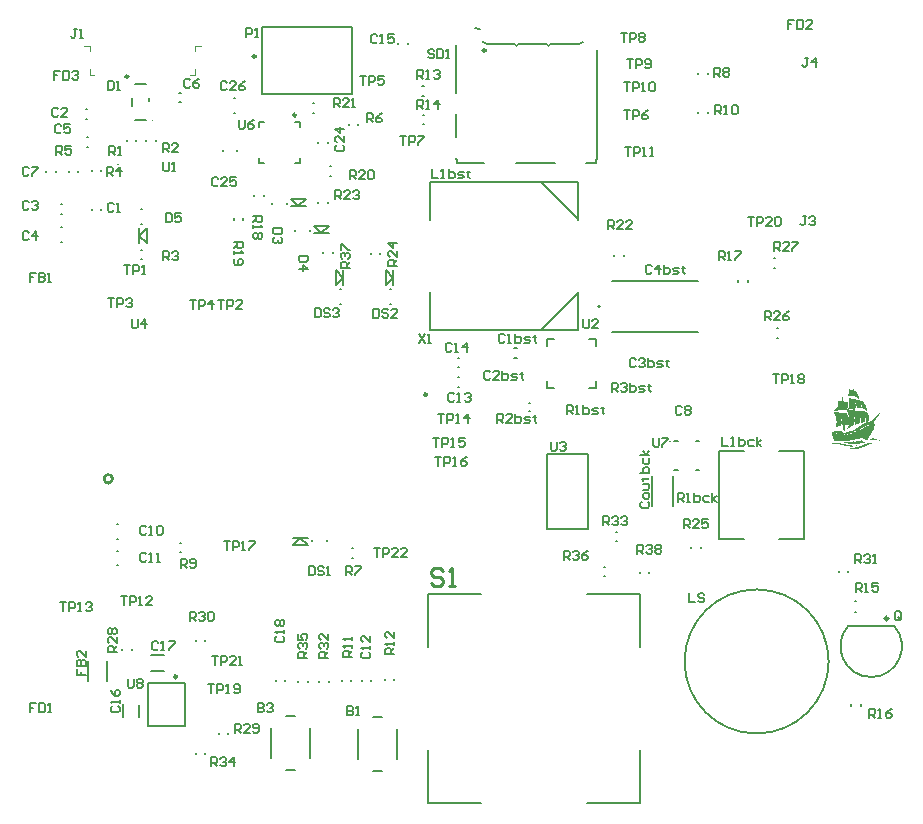
<source format=gto>
G04*
G04 #@! TF.GenerationSoftware,Altium Limited,Altium Designer,22.2.1 (43)*
G04*
G04 Layer_Color=65535*
%FSLAX25Y25*%
%MOIN*%
G70*
G04*
G04 #@! TF.SameCoordinates,9584CBA6-E8C1-4CB1-A2AA-B777170A1881*
G04*
G04*
G04 #@! TF.FilePolarity,Positive*
G04*
G01*
G75*
%ADD10C,0.01000*%
%ADD11C,0.00984*%
%ADD12C,0.00787*%
%ADD13C,0.00394*%
%ADD14C,0.00500*%
%ADD15C,0.01181*%
%ADD16C,0.00600*%
%ADD17C,0.00800*%
G36*
X279909Y140798D02*
X279991D01*
Y139727D01*
X280073D01*
Y139233D01*
X280238D01*
Y139150D01*
X280403D01*
Y139068D01*
X280568D01*
Y138986D01*
X280733D01*
Y138903D01*
X280815D01*
Y138821D01*
X280898D01*
Y138738D01*
X280980D01*
Y138656D01*
X281062D01*
Y138574D01*
X281145D01*
Y138409D01*
X281227D01*
Y138326D01*
X281310D01*
Y138162D01*
X281392D01*
Y137997D01*
X281474D01*
Y137832D01*
X281557D01*
Y137585D01*
X281639D01*
Y137420D01*
X281722D01*
Y137090D01*
X281804D01*
Y136678D01*
X281886D01*
Y136513D01*
X281639D01*
Y136596D01*
X281557D01*
Y136678D01*
X281474D01*
Y136761D01*
X281310D01*
Y136843D01*
X281227D01*
Y136925D01*
X281062D01*
Y137008D01*
X280898D01*
Y137090D01*
X280650D01*
Y137173D01*
X280403D01*
Y137255D01*
X280156D01*
Y137338D01*
X279744D01*
Y137420D01*
X278673D01*
Y137338D01*
X278343D01*
Y137255D01*
X278178D01*
Y137173D01*
X278013D01*
Y137420D01*
X278096D01*
Y137585D01*
X278178D01*
Y137750D01*
X278261D01*
Y137997D01*
X278343D01*
Y138326D01*
X278425D01*
Y139315D01*
X278343D01*
Y139480D01*
X278425D01*
Y139562D01*
X278837D01*
Y139480D01*
X279497D01*
Y139398D01*
X279744D01*
Y140881D01*
X279826D01*
Y140963D01*
X279909D01*
Y140798D01*
D02*
G37*
G36*
X276448Y137173D02*
X276530D01*
Y135689D01*
X276612D01*
Y135607D01*
X276942D01*
Y135525D01*
X277601D01*
Y135442D01*
X278178D01*
Y135360D01*
X278261D01*
Y134289D01*
X278178D01*
Y133959D01*
X278096D01*
Y133712D01*
X278013D01*
Y133465D01*
X277931D01*
Y133300D01*
X277849D01*
Y133135D01*
X277766D01*
Y132970D01*
X277684D01*
Y132805D01*
X276036D01*
Y132723D01*
X275459D01*
Y132641D01*
X275047D01*
Y132558D01*
X274717D01*
Y132476D01*
X274388D01*
Y132393D01*
X274140D01*
Y132311D01*
X273893D01*
Y132228D01*
X273481D01*
Y132311D01*
X273564D01*
Y132476D01*
X273646D01*
Y132558D01*
X273728D01*
Y132641D01*
X273811D01*
Y132723D01*
X273893D01*
Y132805D01*
X273976D01*
Y132888D01*
X274058D01*
Y132970D01*
X274140D01*
Y133135D01*
X274223D01*
Y133217D01*
X274305D01*
Y133300D01*
X274388D01*
Y133465D01*
X274470D01*
Y133547D01*
X274552D01*
Y133712D01*
X274635D01*
Y133877D01*
X274717D01*
Y134124D01*
X274800D01*
Y134453D01*
X274882D01*
Y134783D01*
Y134865D01*
Y135360D01*
X274800D01*
Y135607D01*
X274717D01*
Y135854D01*
X275129D01*
Y135772D01*
X275788D01*
Y135689D01*
X276283D01*
Y137173D01*
X276365D01*
Y137338D01*
X276448D01*
Y137173D01*
D02*
G37*
G36*
X278261Y136761D02*
X278590D01*
Y136678D01*
X278920D01*
Y136596D01*
X279332D01*
Y136513D01*
X279744D01*
Y136431D01*
X280073D01*
Y136349D01*
X280403D01*
Y136266D01*
X280815D01*
Y136184D01*
X281145D01*
Y136101D01*
X281557D01*
Y136019D01*
X281969D01*
Y135937D01*
X282298D01*
Y135854D01*
X282628D01*
Y135772D01*
X282793D01*
Y135689D01*
X282875D01*
Y135607D01*
X283040D01*
Y135525D01*
X283122D01*
Y135442D01*
X283205D01*
Y135360D01*
X283287D01*
Y135277D01*
X283370D01*
Y135113D01*
X283452D01*
Y135030D01*
X283535D01*
Y134948D01*
X283617D01*
Y134865D01*
X283699D01*
Y134701D01*
X283782D01*
Y134536D01*
X283864D01*
Y134453D01*
X283946D01*
Y134289D01*
X284029D01*
Y134206D01*
Y134041D01*
X284111D01*
Y133877D01*
X284194D01*
Y133629D01*
X284276D01*
Y133300D01*
X284359D01*
Y132311D01*
X284276D01*
Y132476D01*
X284194D01*
Y132558D01*
X284111D01*
Y132641D01*
X284029D01*
Y132723D01*
X283946D01*
Y132805D01*
X283782D01*
Y132888D01*
X283699D01*
Y132970D01*
X283617D01*
Y133053D01*
X283452D01*
Y133135D01*
X283287D01*
Y133217D01*
X283040D01*
Y133300D01*
X282875D01*
Y133794D01*
X282793D01*
Y134124D01*
X282711D01*
Y134371D01*
X282628D01*
Y134618D01*
X282546D01*
Y134783D01*
X282463D01*
Y134948D01*
X282381D01*
Y134783D01*
X282463D01*
Y134536D01*
X282546D01*
Y134206D01*
X282628D01*
Y133629D01*
X282711D01*
Y133382D01*
X282463D01*
Y133465D01*
X281062D01*
Y134124D01*
X280980D01*
Y134453D01*
X280898D01*
Y134701D01*
X280815D01*
Y134948D01*
X280733D01*
Y135113D01*
X280650D01*
Y135277D01*
X280568D01*
Y135113D01*
X280650D01*
Y134865D01*
X280733D01*
Y134536D01*
X280815D01*
Y133794D01*
X280898D01*
Y133465D01*
X280650D01*
Y133382D01*
X280403D01*
Y132558D01*
X280486D01*
Y132476D01*
X281145D01*
Y132393D01*
X281969D01*
Y132311D01*
X282793D01*
Y132228D01*
X283699D01*
Y132146D01*
X284194D01*
Y132064D01*
X284276D01*
Y131981D01*
X284441D01*
Y131899D01*
X284523D01*
Y131816D01*
X284606D01*
Y131734D01*
X284688D01*
Y131652D01*
X284771D01*
Y131487D01*
X284853D01*
Y131322D01*
X284935D01*
Y131157D01*
X285018D01*
Y130910D01*
X285100D01*
Y130415D01*
X285183D01*
Y129427D01*
X285100D01*
Y129097D01*
X285018D01*
Y128932D01*
X284935D01*
Y128850D01*
X285430D01*
Y128932D01*
X286089D01*
Y129015D01*
X286172D01*
Y129097D01*
X286254D01*
Y129180D01*
X286336D01*
Y129262D01*
X286419D01*
Y129344D01*
X286501D01*
Y129427D01*
X286583D01*
Y129592D01*
X286666D01*
Y129674D01*
X286748D01*
Y129756D01*
X286831D01*
Y129839D01*
X286913D01*
Y129921D01*
X286996D01*
Y130003D01*
X287078D01*
Y130086D01*
X287160D01*
Y130168D01*
X287243D01*
Y130251D01*
X287325D01*
Y130333D01*
X287407D01*
Y130415D01*
X287490D01*
Y130498D01*
X287572D01*
Y130663D01*
X287655D01*
Y130745D01*
X287737D01*
Y130828D01*
X287820D01*
Y130910D01*
X287902D01*
Y130992D01*
X287984D01*
Y131075D01*
X288067D01*
Y131157D01*
X288149D01*
Y131240D01*
X288232D01*
Y131322D01*
X288314D01*
Y131404D01*
X288396D01*
Y131487D01*
X288479D01*
Y131569D01*
X288561D01*
Y131734D01*
X288644D01*
Y131816D01*
X288726D01*
Y131899D01*
X288808D01*
Y131981D01*
X288891D01*
Y132064D01*
X288973D01*
Y131652D01*
X288891D01*
Y131487D01*
X288808D01*
Y131404D01*
X288726D01*
Y131240D01*
X288644D01*
Y131157D01*
X288561D01*
Y131075D01*
X288479D01*
Y130910D01*
X288396D01*
Y130828D01*
X288314D01*
Y130745D01*
X288232D01*
Y130580D01*
X288149D01*
Y130498D01*
X288067D01*
Y130415D01*
X287984D01*
Y130251D01*
X287902D01*
Y130168D01*
X287820D01*
Y130086D01*
X287737D01*
Y129921D01*
X287655D01*
Y129839D01*
X287572D01*
Y129674D01*
X287490D01*
Y129592D01*
X287407D01*
Y129509D01*
X287325D01*
Y129344D01*
X287243D01*
Y129262D01*
X287160D01*
Y129180D01*
X287078D01*
Y129097D01*
X286996D01*
Y128932D01*
X286913D01*
Y128520D01*
X286996D01*
Y127943D01*
X287078D01*
Y127367D01*
X286996D01*
Y126872D01*
X286913D01*
Y126625D01*
X286831D01*
Y126378D01*
X286748D01*
Y126130D01*
X286666D01*
Y125966D01*
X286583D01*
Y125801D01*
X286501D01*
Y125718D01*
X286419D01*
Y125554D01*
X286336D01*
Y125389D01*
X286254D01*
Y125306D01*
X286172D01*
Y125142D01*
X286089D01*
Y125059D01*
X286007D01*
Y124894D01*
X285924D01*
Y124812D01*
X285842D01*
Y124730D01*
X285759D01*
Y124565D01*
X285677D01*
Y124482D01*
X285595D01*
Y124400D01*
X285512D01*
Y124235D01*
X285430D01*
Y124153D01*
X285347D01*
Y123988D01*
X285265D01*
Y123906D01*
X285183D01*
Y123741D01*
X285100D01*
Y123658D01*
X285018D01*
Y123494D01*
X284935D01*
Y123329D01*
X284853D01*
Y123164D01*
X284771D01*
Y122999D01*
X284688D01*
Y122834D01*
X284606D01*
Y122587D01*
X284523D01*
Y122505D01*
X284441D01*
Y122587D01*
X284276D01*
Y122669D01*
X284194D01*
Y122752D01*
X284029D01*
Y122834D01*
X283864D01*
Y122917D01*
X283699D01*
Y122999D01*
X283535D01*
Y123082D01*
X283287D01*
Y123164D01*
X283040D01*
Y123246D01*
X282298D01*
Y123164D01*
X281804D01*
Y123082D01*
X281392D01*
Y122999D01*
X281062D01*
Y122917D01*
X280650D01*
Y122834D01*
X280321D01*
Y122752D01*
X279909D01*
Y122669D01*
X279497D01*
Y122587D01*
X278920D01*
Y122505D01*
X277849D01*
Y122422D01*
X273646D01*
Y122505D01*
X273564D01*
Y122669D01*
X273481D01*
Y122834D01*
X273399D01*
Y123082D01*
X273316D01*
Y123246D01*
X273234D01*
Y123494D01*
X273151D01*
Y123658D01*
X273069D01*
Y123906D01*
X272987D01*
Y124235D01*
X272904D01*
Y124565D01*
X272822D01*
Y125142D01*
X272740D01*
Y125389D01*
X272904D01*
Y125471D01*
X273399D01*
Y125554D01*
X273976D01*
Y125636D01*
X274470D01*
Y125718D01*
X275129D01*
Y125801D01*
X276036D01*
Y125718D01*
X276118D01*
Y125471D01*
X276201D01*
Y125306D01*
X276283D01*
Y125224D01*
X276365D01*
Y125142D01*
X276530D01*
Y125059D01*
X276860D01*
Y125142D01*
X277437D01*
Y125224D01*
X277849D01*
Y125306D01*
X278178D01*
Y125389D01*
X278425D01*
Y125471D01*
X278673D01*
Y125554D01*
X278920D01*
Y125636D01*
X279167D01*
Y125718D01*
X279332D01*
Y125801D01*
X279579D01*
Y125883D01*
X279744D01*
Y125966D01*
X279909D01*
Y126048D01*
X280073D01*
Y126130D01*
X280238D01*
Y126213D01*
X280403D01*
Y126295D01*
X280486D01*
Y126378D01*
X280650D01*
Y126460D01*
X280815D01*
Y126542D01*
X280980D01*
Y126625D01*
X281062D01*
Y126707D01*
X281227D01*
Y126790D01*
X281310D01*
Y126872D01*
X281474D01*
Y126954D01*
X281557D01*
Y127037D01*
X281722D01*
Y127119D01*
X281804D01*
Y127202D01*
X281969D01*
Y127284D01*
X282051D01*
Y127367D01*
X282134D01*
Y127449D01*
X282298D01*
Y127531D01*
X282381D01*
Y127614D01*
X282546D01*
Y127696D01*
X282628D01*
Y127779D01*
X282793D01*
Y127861D01*
X282875D01*
Y127943D01*
X283040D01*
Y128026D01*
X283122D01*
Y128108D01*
X283287D01*
Y128191D01*
X283452D01*
Y128273D01*
X283617D01*
Y128355D01*
X283782D01*
Y128438D01*
X283946D01*
Y128520D01*
X284111D01*
Y129756D01*
X284029D01*
Y130086D01*
X283946D01*
Y130333D01*
X283864D01*
Y130003D01*
X283946D01*
Y128685D01*
X283864D01*
Y128603D01*
X283287D01*
Y128520D01*
X282711D01*
Y128438D01*
X282463D01*
Y129674D01*
X282381D01*
Y130003D01*
X282298D01*
Y130251D01*
X282216D01*
Y130415D01*
X282134D01*
Y130168D01*
X282216D01*
Y129674D01*
X282298D01*
Y128520D01*
X282216D01*
Y128355D01*
X281969D01*
Y128273D01*
X281722D01*
Y128191D01*
X281474D01*
Y128108D01*
X281227D01*
Y128026D01*
X280980D01*
Y127943D01*
X280733D01*
Y127861D01*
X280568D01*
Y127779D01*
X280403D01*
Y127943D01*
X280486D01*
Y128355D01*
X280568D01*
Y129756D01*
X280486D01*
Y130086D01*
X280403D01*
Y130333D01*
X280321D01*
Y130580D01*
X280238D01*
Y130745D01*
X280156D01*
Y130910D01*
X280073D01*
Y130745D01*
X280156D01*
Y130498D01*
X280238D01*
Y130168D01*
X280321D01*
Y129592D01*
X280403D01*
Y128603D01*
X280321D01*
Y128191D01*
X280238D01*
Y127943D01*
X280156D01*
Y127696D01*
X280073D01*
Y127614D01*
X279991D01*
Y127531D01*
X279826D01*
Y127449D01*
X279661D01*
Y127367D01*
X279497D01*
Y127284D01*
X279332D01*
Y127202D01*
X279167D01*
Y127119D01*
X279002D01*
Y127037D01*
X278920D01*
Y126954D01*
X278755D01*
Y126872D01*
X278590D01*
Y126790D01*
X278508D01*
Y126707D01*
X278343D01*
Y126625D01*
X278261D01*
Y126542D01*
X278178D01*
Y126460D01*
X278013D01*
Y126378D01*
X277931D01*
Y126295D01*
X277849D01*
Y126460D01*
X277931D01*
Y126625D01*
X278013D01*
Y126790D01*
X278096D01*
Y126954D01*
X278178D01*
Y127202D01*
X278261D01*
Y127449D01*
X278343D01*
Y127779D01*
X277107D01*
Y127202D01*
X277189D01*
Y125966D01*
X277107D01*
Y125883D01*
X277025D01*
Y125801D01*
X276777D01*
Y125883D01*
X276695D01*
Y125966D01*
X276612D01*
Y127779D01*
X276530D01*
Y127696D01*
X276201D01*
Y128273D01*
X276283D01*
Y128603D01*
X276201D01*
Y129262D01*
X276118D01*
Y129592D01*
X276036D01*
Y129839D01*
X275953D01*
Y130003D01*
X275871D01*
Y130168D01*
X275788D01*
Y130003D01*
X275871D01*
Y129674D01*
X275953D01*
Y129180D01*
X276036D01*
Y127943D01*
X275953D01*
Y127614D01*
X275788D01*
Y127531D01*
X275541D01*
Y127449D01*
X275294D01*
Y127367D01*
X275129D01*
Y127284D01*
X274882D01*
Y127202D01*
X274717D01*
Y127119D01*
X274552D01*
Y127037D01*
X274388D01*
Y126954D01*
X274140D01*
Y127202D01*
X274223D01*
Y127614D01*
X274305D01*
Y128438D01*
X274388D01*
Y129015D01*
X274305D01*
Y129592D01*
X274223D01*
Y130003D01*
X274140D01*
Y130251D01*
X274058D01*
Y130580D01*
X273976D01*
Y130828D01*
X273893D01*
Y130992D01*
X273811D01*
Y131240D01*
X273728D01*
Y131404D01*
X273646D01*
Y131569D01*
X273564D01*
Y131734D01*
X273481D01*
Y131981D01*
X274305D01*
Y131899D01*
X275129D01*
Y131816D01*
X276118D01*
Y131734D01*
X277025D01*
Y131652D01*
X277601D01*
Y131569D01*
X277684D01*
Y131404D01*
X277766D01*
Y131322D01*
X277849D01*
Y131240D01*
X277931D01*
Y131075D01*
X278013D01*
Y130992D01*
X278096D01*
Y130828D01*
X278178D01*
Y130663D01*
X278261D01*
Y130498D01*
X278343D01*
Y130251D01*
X278425D01*
Y129921D01*
X278508D01*
Y129674D01*
X278590D01*
Y130086D01*
X278508D01*
Y130415D01*
X278425D01*
Y130745D01*
X278343D01*
Y130992D01*
X278261D01*
Y131240D01*
X278178D01*
Y131569D01*
X278096D01*
Y131734D01*
X278013D01*
Y131981D01*
X277931D01*
Y132146D01*
X277849D01*
Y132311D01*
X277766D01*
Y132723D01*
X277849D01*
Y132805D01*
X277931D01*
Y132888D01*
X278013D01*
Y133053D01*
X278096D01*
Y133135D01*
X278178D01*
Y133300D01*
X278261D01*
Y133465D01*
X278343D01*
Y133712D01*
X278425D01*
Y133959D01*
X278508D01*
Y134289D01*
X278590D01*
Y134701D01*
X278673D01*
Y135772D01*
X278590D01*
Y136101D01*
X278508D01*
Y136349D01*
X278425D01*
Y136513D01*
X278343D01*
Y136596D01*
X278261D01*
Y136678D01*
X278178D01*
Y136843D01*
X278261D01*
Y136761D01*
D02*
G37*
G36*
X286831Y123164D02*
X287160D01*
Y123082D01*
X287407D01*
Y122999D01*
X287572D01*
Y122917D01*
X287820D01*
Y122834D01*
X287984D01*
Y122752D01*
X288232D01*
Y122669D01*
X288561D01*
Y122587D01*
X288808D01*
Y122505D01*
X288479D01*
Y122587D01*
X287737D01*
Y122669D01*
X287160D01*
Y122752D01*
X285677D01*
Y122669D01*
X285347D01*
Y122587D01*
X285100D01*
Y122669D01*
X285183D01*
Y122752D01*
X285347D01*
Y122834D01*
X285430D01*
Y122917D01*
X285512D01*
Y122999D01*
X285677D01*
Y123082D01*
X285842D01*
Y123164D01*
X286007D01*
Y123246D01*
X286831D01*
Y123164D01*
D02*
G37*
G36*
X282793Y122587D02*
X282875D01*
Y122505D01*
X282958D01*
Y122422D01*
X283040D01*
Y122340D01*
X283122D01*
Y122257D01*
X283205D01*
Y122175D01*
X283370D01*
Y122093D01*
X284359D01*
Y122175D01*
X284441D01*
Y122093D01*
X284523D01*
Y122010D01*
X284194D01*
Y121928D01*
X283864D01*
Y121845D01*
X283535D01*
Y121763D01*
X283122D01*
Y121681D01*
X282711D01*
Y121598D01*
X282134D01*
Y121516D01*
X281474D01*
Y121433D01*
X278837D01*
Y121516D01*
X278261D01*
Y121598D01*
X277931D01*
Y121681D01*
X277519D01*
Y121763D01*
X277272D01*
Y121845D01*
X276942D01*
Y121928D01*
X276695D01*
Y122010D01*
X276612D01*
Y122093D01*
X277354D01*
Y122010D01*
X279167D01*
Y122093D01*
X279744D01*
Y122175D01*
X279991D01*
Y122257D01*
X280321D01*
Y122175D01*
X280898D01*
Y122257D01*
X281062D01*
Y122340D01*
X281145D01*
Y122422D01*
X281392D01*
Y122340D01*
X282051D01*
Y122422D01*
X282298D01*
Y122505D01*
X282546D01*
Y122587D01*
X282711D01*
Y122669D01*
X282793D01*
Y122587D01*
D02*
G37*
G36*
X272245Y121186D02*
X272163D01*
Y121269D01*
X272245D01*
Y121186D01*
D02*
G37*
G36*
X274552Y121763D02*
X275129D01*
Y121681D01*
X275541D01*
Y121598D01*
X275871D01*
Y121516D01*
X276283D01*
Y121433D01*
X276612D01*
Y121351D01*
X277025D01*
Y121269D01*
X277354D01*
Y121186D01*
X277766D01*
Y121104D01*
X278261D01*
Y121021D01*
X278755D01*
Y120939D01*
X279497D01*
Y120857D01*
X280733D01*
Y120939D01*
X281227D01*
Y120857D01*
X281062D01*
Y120774D01*
X280815D01*
Y120692D01*
X280486D01*
Y120609D01*
X279744D01*
Y120527D01*
X279002D01*
Y120609D01*
X278261D01*
Y120692D01*
X277766D01*
Y120774D01*
X277354D01*
Y120857D01*
X276942D01*
Y120939D01*
X276530D01*
Y121021D01*
X276201D01*
Y121104D01*
X275788D01*
Y121186D01*
X275377D01*
Y121269D01*
X274882D01*
Y121351D01*
X274140D01*
Y121433D01*
X273646D01*
Y121351D01*
X272657D01*
Y121269D01*
X272245D01*
Y121351D01*
X272410D01*
Y121433D01*
X272575D01*
Y121516D01*
X272740D01*
Y121598D01*
X272904D01*
Y121681D01*
X273151D01*
Y121763D01*
X273564D01*
Y121845D01*
X274552D01*
Y121763D01*
D02*
G37*
G36*
X286089Y121516D02*
X285924D01*
Y121433D01*
X285512D01*
Y121351D01*
X285265D01*
Y121269D01*
X285018D01*
Y121186D01*
X284853D01*
Y121104D01*
X284688D01*
Y121021D01*
X284523D01*
Y120939D01*
X284359D01*
Y120857D01*
X284194D01*
Y120774D01*
X284111D01*
Y120692D01*
X283946D01*
Y120609D01*
X283699D01*
Y120527D01*
X283535D01*
Y120445D01*
X283370D01*
Y120362D01*
X283205D01*
Y120280D01*
X282958D01*
Y120197D01*
X282711D01*
Y120115D01*
X282463D01*
Y120033D01*
X282216D01*
Y119950D01*
X281886D01*
Y119868D01*
X281557D01*
Y119785D01*
X281062D01*
Y119703D01*
X279414D01*
Y119785D01*
X279085D01*
Y119868D01*
X278755D01*
Y119950D01*
X278590D01*
Y120033D01*
X278425D01*
Y120115D01*
X278343D01*
Y120197D01*
X278425D01*
Y120115D01*
X279909D01*
Y120197D01*
X280486D01*
Y120280D01*
X280898D01*
Y120362D01*
X281227D01*
Y120445D01*
X281557D01*
Y120527D01*
X281804D01*
Y120609D01*
X282051D01*
Y120692D01*
X282298D01*
Y120774D01*
X282546D01*
Y120857D01*
X282711D01*
Y120939D01*
X282875D01*
Y121021D01*
X283122D01*
Y121104D01*
X283287D01*
Y121186D01*
X283452D01*
Y121269D01*
X283699D01*
Y121351D01*
X283946D01*
Y121433D01*
X284194D01*
Y121516D01*
X284523D01*
Y121598D01*
X286089D01*
Y121516D01*
D02*
G37*
%LPC*%
G36*
X279909Y133300D02*
X279826D01*
Y133217D01*
X279579D01*
Y133135D01*
X279332D01*
Y133053D01*
X279085D01*
Y132970D01*
X278920D01*
Y132888D01*
X278673D01*
Y132805D01*
X278508D01*
Y132723D01*
X278590D01*
Y132641D01*
X279414D01*
Y132558D01*
X279991D01*
Y132723D01*
X279909D01*
Y132805D01*
X279991D01*
Y132888D01*
X279909D01*
Y132970D01*
X279991D01*
Y133053D01*
X279909D01*
Y133135D01*
X279991D01*
Y133217D01*
X279909D01*
Y133300D01*
D02*
G37*
G36*
X282134Y130580D02*
X282051D01*
Y130498D01*
X282134D01*
Y130580D01*
D02*
G37*
G36*
X275788Y130333D02*
X275706D01*
Y130251D01*
X275788D01*
Y130333D01*
D02*
G37*
G36*
X286089Y127779D02*
X284935D01*
Y127696D01*
X284606D01*
Y127614D01*
X284359D01*
Y127531D01*
X284194D01*
Y127449D01*
X284029D01*
Y127367D01*
X283864D01*
Y127284D01*
X283699D01*
Y127202D01*
X283535D01*
Y127119D01*
X283452D01*
Y127037D01*
X283287D01*
Y126954D01*
X283122D01*
Y126872D01*
X283040D01*
Y126790D01*
X282875D01*
Y126707D01*
X282793D01*
Y126625D01*
X282628D01*
Y126542D01*
X282546D01*
Y126460D01*
X282463D01*
Y126378D01*
X282298D01*
Y126295D01*
X282216D01*
Y126213D01*
X282134D01*
Y126130D01*
X281969D01*
Y126048D01*
X281886D01*
Y125966D01*
X281804D01*
Y125883D01*
X281969D01*
Y125966D01*
X282134D01*
Y126048D01*
X282216D01*
Y126130D01*
X282381D01*
Y126213D01*
X282546D01*
Y126295D01*
X282628D01*
Y126378D01*
X282793D01*
Y126460D01*
X282958D01*
Y126542D01*
X283040D01*
Y126625D01*
X283205D01*
Y126707D01*
X283287D01*
Y126790D01*
X283452D01*
Y126872D01*
X283617D01*
Y126954D01*
X283699D01*
Y127037D01*
X283864D01*
Y127119D01*
X284029D01*
Y127202D01*
X284194D01*
Y127284D01*
X284441D01*
Y127367D01*
X284606D01*
Y127449D01*
X284853D01*
Y127531D01*
X285183D01*
Y127614D01*
X285759D01*
Y127696D01*
X286089D01*
Y127779D01*
D02*
G37*
G36*
X281804Y125883D02*
X281639D01*
Y125801D01*
X281804D01*
Y125883D01*
D02*
G37*
G36*
X280733Y125636D02*
X280403D01*
Y125554D01*
X280321D01*
Y125306D01*
X280403D01*
Y125224D01*
X280733D01*
Y125389D01*
X280815D01*
Y125471D01*
X280733D01*
Y125636D01*
D02*
G37*
G36*
X275212Y125142D02*
X275047D01*
Y125059D01*
X274964D01*
Y124894D01*
X275047D01*
Y124812D01*
X275212D01*
Y124894D01*
X275294D01*
Y125059D01*
X275212D01*
Y125142D01*
D02*
G37*
G36*
X279332D02*
X279085D01*
Y125059D01*
X279002D01*
Y124812D01*
X279167D01*
Y124730D01*
X279250D01*
Y124812D01*
X279414D01*
Y125059D01*
X279332D01*
Y125142D01*
D02*
G37*
G36*
X274470Y125059D02*
X274223D01*
Y124812D01*
Y124730D01*
X274470D01*
Y124812D01*
X274552D01*
Y124894D01*
X274470D01*
Y125059D01*
D02*
G37*
G36*
X273646Y124894D02*
X273399D01*
Y124647D01*
X273481D01*
Y124565D01*
X273646D01*
Y124647D01*
X273728D01*
Y124730D01*
Y124812D01*
X273646D01*
Y124894D01*
D02*
G37*
G36*
X278096Y124812D02*
X278013D01*
Y124730D01*
X277849D01*
Y124482D01*
X278178D01*
Y124730D01*
X278096D01*
Y124812D01*
D02*
G37*
G36*
X277107Y124565D02*
X276860D01*
Y124482D01*
X276777D01*
Y124400D01*
Y124318D01*
X276860D01*
Y124235D01*
X277025D01*
Y124318D01*
X277107D01*
Y124565D01*
D02*
G37*
%LPD*%
D10*
X33000Y110000D02*
G03*
X33017Y109783I-1393J-217D01*
G01*
X143100Y79099D02*
X142100Y80099D01*
X140101D01*
X139101Y79099D01*
Y78100D01*
X140101Y77100D01*
X142100D01*
X143100Y76100D01*
Y75101D01*
X142100Y74101D01*
X140101D01*
X139101Y75101D01*
X145099Y74101D02*
X147099D01*
X146099D01*
Y80099D01*
X145099Y79099D01*
D11*
X54452Y43804D02*
G03*
X54452Y43804I-492J0D01*
G01*
X38317Y243851D02*
G03*
X38317Y243851I-492J0D01*
G01*
X80733Y250500D02*
G03*
X80733Y250500I-500J0D01*
G01*
X157392Y252550D02*
G03*
X157392Y252550I-492J0D01*
G01*
X94210Y231010D02*
G03*
X94210Y231010I-492J0D01*
G01*
X137778Y137827D02*
G03*
X137778Y137827I-492J0D01*
G01*
D12*
X167308Y254581D02*
G03*
X167702Y254188I394J0D01*
G01*
X178331D02*
G03*
X178725Y254581I0J394D01*
G01*
X155497Y259551D02*
G03*
X154140Y260093I-1357J-1426D01*
G01*
X177938Y254581D02*
G03*
X178331Y254188I394J0D01*
G01*
X167702D02*
G03*
X168095Y254581I0J394D01*
G01*
X156464Y255421D02*
G03*
X158077Y254581I1612J1129D01*
G01*
X188234D02*
G03*
X189806Y255365I0J1969D01*
G01*
X195593Y167200D02*
G03*
X195593Y167200I-394J0D01*
G01*
X241525Y175503D02*
Y175897D01*
X244675Y175503D02*
Y175897D01*
X138065Y1657D02*
Y19276D01*
Y53724D02*
Y71342D01*
X208735Y53724D02*
Y71342D01*
Y1657D02*
Y19276D01*
X191116Y71342D02*
X208735D01*
X138065D02*
X155684D01*
X138065Y1657D02*
X155684D01*
X191116D02*
X208735D01*
X208725Y78403D02*
Y78797D01*
X211875Y78403D02*
Y78797D01*
X196894Y80375D02*
X197287D01*
X196894Y77225D02*
X197287D01*
X34603Y94661D02*
X34997D01*
X34603Y89739D02*
X34997D01*
X42599Y199561D02*
X43001D01*
X42599Y194639D02*
X43001D01*
X41906Y188242D02*
Y193242D01*
Y190742D02*
X44406Y188242D01*
X41906Y190742D02*
X44406Y193242D01*
Y188242D02*
Y193242D01*
X42526Y183025D02*
X42920D01*
X42526Y186175D02*
X42920D01*
X100148Y194191D02*
X105148D01*
X100148D02*
X102648Y191691D01*
X105148Y194191D01*
X100148Y191691D02*
X105148D01*
X98750Y192384D02*
Y192785D01*
X93829Y192384D02*
Y192785D01*
X92458Y203150D02*
X97458D01*
X92458D02*
X94958Y200650D01*
X97458Y203150D01*
X92458Y200650D02*
X97458D01*
X91061Y201343D02*
Y201744D01*
X86139Y201343D02*
Y201744D01*
X131424Y254666D02*
Y255060D01*
X128275Y254666D02*
Y255060D01*
X57208Y27269D02*
Y41639D01*
X44807Y27269D02*
X57208D01*
X44807D02*
Y41639D01*
X57208D01*
X34403Y85861D02*
X34797D01*
X34403Y80939D02*
X34797D01*
X26179Y212311D02*
Y212705D01*
X29328Y212311D02*
Y212705D01*
X18475Y212093D02*
Y212487D01*
X21624Y212093D02*
Y212487D01*
X10982Y212093D02*
Y212487D01*
X14131Y212093D02*
Y212487D01*
X26179Y199460D02*
Y199854D01*
X29328Y199460D02*
Y199854D01*
X15803Y198176D02*
X16197D01*
X15803Y201325D02*
X16197D01*
X15903Y193790D02*
X16297D01*
X15903Y188869D02*
X16297D01*
X212778Y100853D02*
Y110720D01*
X219889Y100853D02*
Y110720D01*
X82800Y237980D02*
X112800D01*
X82800D02*
Y260500D01*
X112800D01*
Y237980D02*
Y260500D01*
X168095Y254581D02*
X177938D01*
X190971Y215211D02*
X192034D01*
X147919D02*
Y216471D01*
X147447D02*
X147919D01*
Y215211D02*
X148648D01*
X167466D02*
X180341D01*
X194022D02*
Y216471D01*
X194494D02*
Y252613D01*
X192034Y215211D02*
X194022D01*
X148648D02*
X156837D01*
X147447Y216471D02*
Y216786D01*
X178725Y254581D02*
X188234D01*
X194022Y216471D02*
X194494D01*
X158077Y254581D02*
X167308D01*
X147447Y223873D02*
Y231353D01*
X147470Y238440D02*
Y254385D01*
X153687Y260093D02*
X154140D01*
X40616Y229547D02*
X44159D01*
X40616Y241358D02*
X44159D01*
X45144Y235650D02*
Y236831D01*
X39632Y234075D02*
Y236831D01*
X45988Y51157D02*
X50122D01*
X45967Y45820D02*
X50101D01*
X104675Y221606D02*
Y222000D01*
X101525Y221606D02*
Y222000D01*
X73388Y236710D02*
X73782D01*
X73388Y231789D02*
X73782D01*
X282572Y34203D02*
Y34597D01*
X279028Y34203D02*
Y34597D01*
X95391Y215209D02*
Y216882D01*
X93718Y215209D02*
X95391D01*
X81809D02*
Y216882D01*
Y215209D02*
X83482D01*
X81809Y227118D02*
Y228791D01*
X83482D01*
X95391Y227118D02*
Y228791D01*
X93718D02*
X95391D01*
X166686Y153514D02*
X167868D01*
X166686Y150168D02*
X167868D01*
X124109Y174358D02*
Y179358D01*
Y174358D02*
X126609Y176858D01*
X124109Y179358D02*
X126609Y176858D01*
Y174358D02*
Y179358D01*
X125515Y172961D02*
X125917D01*
X125515Y168039D02*
X125917D01*
X108843D02*
X109245D01*
X108843Y172961D02*
X109245D01*
X109938Y174358D02*
Y179358D01*
X107438D02*
X109938Y176858D01*
X107438Y174358D02*
X109938Y176858D01*
X107438Y174358D02*
Y179358D01*
X24950Y42299D02*
Y49189D01*
X31248Y42278D02*
Y49168D01*
X263487Y89636D02*
Y119164D01*
X235141Y89636D02*
Y119164D01*
X255220D02*
X263487D01*
X255220Y89636D02*
X263487D01*
X235141Y119164D02*
X243409D01*
X235141Y89636D02*
X243409D01*
X171803Y132222D02*
X172197D01*
X171803Y134978D02*
X172197D01*
X103325Y185103D02*
Y185497D01*
X106475Y185103D02*
Y185497D01*
X220338Y122324D02*
X221499D01*
X227444D02*
X228606D01*
X227444Y112876D02*
X228606D01*
X220338D02*
X221499D01*
X136403Y231075D02*
X136797D01*
X136403Y227925D02*
X136797D01*
X112703Y86675D02*
X113097D01*
X112703Y83525D02*
X113097D01*
X93073Y87609D02*
X98073D01*
X95573Y90109D02*
X98073Y87609D01*
X93073D02*
X95573Y90109D01*
X93073D02*
X98073D01*
X99471Y89015D02*
Y89416D01*
X104392Y89015D02*
Y89416D01*
X122303Y184554D02*
Y184947D01*
X119154Y184554D02*
Y184947D01*
X99903Y234975D02*
X100297D01*
X99903Y231825D02*
X100297D01*
X74661Y218903D02*
Y219297D01*
X69739Y218903D02*
Y219297D01*
X55303Y238375D02*
X55697D01*
X55303Y235225D02*
X55697D01*
X24603Y220454D02*
X24997D01*
X24603Y223604D02*
X24997D01*
X24154Y229804D02*
X24547D01*
X24154Y232954D02*
X24547D01*
X55453Y85393D02*
X55847D01*
X55453Y88543D02*
X55847D01*
X231475Y231553D02*
Y231946D01*
X228325Y231553D02*
Y231946D01*
X231375Y244754D02*
Y245147D01*
X228225Y244754D02*
Y245147D01*
X254548Y160027D02*
X254942D01*
X254548Y156877D02*
X254942D01*
X148254Y140525D02*
X148647D01*
X148254Y143675D02*
X148647D01*
X148254Y150103D02*
X148647D01*
X148254Y146953D02*
X148647D01*
X126875Y42803D02*
Y43197D01*
X123725Y42803D02*
Y43197D01*
X119275Y42303D02*
Y42697D01*
X116125Y42303D02*
Y42697D01*
X109505Y42329D02*
Y42722D01*
X112655Y42329D02*
Y42722D01*
X98007Y42041D02*
Y42435D01*
X94858Y42041D02*
Y42435D01*
X90575Y42303D02*
Y42697D01*
X87425Y42303D02*
Y42697D01*
X200847Y92176D02*
X201241D01*
X200847Y89027D02*
X201241D01*
X225925Y86803D02*
Y87197D01*
X229075Y86803D02*
Y87197D01*
X253453Y180176D02*
X253847D01*
X253453Y183325D02*
X253847D01*
X203467Y183903D02*
Y184297D01*
X200317Y183903D02*
Y184297D01*
X63975Y17997D02*
Y18391D01*
X60825Y17997D02*
Y18391D01*
X71575Y24603D02*
Y24997D01*
X68425Y24603D02*
Y24997D01*
X60825Y55726D02*
Y56119D01*
X63975Y55726D02*
Y56119D01*
X41780Y30397D02*
Y34531D01*
X36443Y30419D02*
Y34552D01*
X36325Y52576D02*
Y52970D01*
X39475Y52576D02*
Y52970D01*
X280403Y65528D02*
X280797D01*
X280403Y69072D02*
X280797D01*
X278175Y78803D02*
Y79197D01*
X275025Y78803D02*
Y79197D01*
X136303Y240575D02*
X136697D01*
X136303Y237425D02*
X136697D01*
X105353Y210739D02*
X105746D01*
X105353Y213889D02*
X105746D01*
X101525Y201703D02*
Y202097D01*
X104675Y201703D02*
Y202097D01*
X111825Y227803D02*
Y228197D01*
X114975Y227803D02*
Y228197D01*
X80234Y204153D02*
Y204547D01*
X83384Y204153D02*
Y204547D01*
X73388Y196209D02*
Y196603D01*
X76537Y196209D02*
Y196603D01*
X105075Y42041D02*
Y42435D01*
X101925Y42041D02*
Y42435D01*
X37825Y222403D02*
Y222797D01*
X40975Y222403D02*
Y222797D01*
X44325Y222403D02*
Y222797D01*
X47475Y222403D02*
Y222797D01*
D13*
X35005Y214676D02*
G03*
X35005Y214676I-197J0D01*
G01*
X46522Y229350D02*
G03*
X46522Y229350I-197J0D01*
G01*
X218960Y122324D02*
G03*
X218960Y122324I-197J0D01*
G01*
X25458Y244534D02*
Y246534D01*
Y244534D02*
X26958D01*
X58958D02*
X60458D01*
Y246534D01*
X23458Y254034D02*
X25458D01*
Y252534D02*
Y254034D01*
X60458Y252534D02*
Y254034D01*
X62458D01*
D14*
X271716Y48900D02*
G03*
X271716Y48900I-24016J0D01*
G01*
X278164Y60680D02*
G03*
X293636Y60680I7736J-6725D01*
G01*
X199530Y158735D02*
X228270D01*
X199530Y175665D02*
X228270D01*
X278164Y60680D02*
X293636D01*
X208001Y84876D02*
Y87875D01*
X209501D01*
X210001Y87375D01*
Y86375D01*
X209501Y85875D01*
X208001D01*
X209001D02*
X210001Y84876D01*
X211000Y87375D02*
X211500Y87875D01*
X212500D01*
X213000Y87375D01*
Y86875D01*
X212500Y86375D01*
X212000D01*
X212500D01*
X213000Y85875D01*
Y85375D01*
X212500Y84876D01*
X211500D01*
X211000Y85375D01*
X213999Y87375D02*
X214499Y87875D01*
X215499D01*
X215999Y87375D01*
Y86875D01*
X215499Y86375D01*
X215999Y85875D01*
Y85375D01*
X215499Y84876D01*
X214499D01*
X213999Y85375D01*
Y85875D01*
X214499Y86375D01*
X213999Y86875D01*
Y87375D01*
X214499Y86375D02*
X215499D01*
X183345Y82851D02*
Y85850D01*
X184845D01*
X185345Y85350D01*
Y84350D01*
X184845Y83851D01*
X183345D01*
X184345D02*
X185345Y82851D01*
X186344Y85350D02*
X186844Y85850D01*
X187844D01*
X188344Y85350D01*
Y84850D01*
X187844Y84350D01*
X187344D01*
X187844D01*
X188344Y83851D01*
Y83351D01*
X187844Y82851D01*
X186844D01*
X186344Y83351D01*
X191343Y85850D02*
X190343Y85350D01*
X189344Y84350D01*
Y83351D01*
X189843Y82851D01*
X190843D01*
X191343Y83351D01*
Y83851D01*
X190843Y84350D01*
X189344D01*
X38015Y43099D02*
Y40600D01*
X38515Y40100D01*
X39514D01*
X40014Y40600D01*
Y43099D01*
X41014Y42600D02*
X41513Y43099D01*
X42513D01*
X43013Y42600D01*
Y42100D01*
X42513Y41600D01*
X43013Y41100D01*
Y40600D01*
X42513Y40100D01*
X41513D01*
X41014Y40600D01*
Y41100D01*
X41513Y41600D01*
X41014Y42100D01*
Y42600D01*
X41513Y41600D02*
X42513D01*
X209500Y102086D02*
X209000Y101586D01*
Y100586D01*
X209500Y100086D01*
X211500D01*
X212000Y100586D01*
Y101586D01*
X211500Y102086D01*
X212000Y103585D02*
Y104585D01*
X211500Y105085D01*
X210500D01*
X210000Y104585D01*
Y103585D01*
X210500Y103086D01*
X211500D01*
X212000Y103585D01*
X210000Y106085D02*
X211500D01*
X212000Y106584D01*
Y108084D01*
X210000D01*
X209500Y109583D02*
X210000D01*
Y109084D01*
Y110083D01*
Y109583D01*
X211500D01*
X212000Y110083D01*
X209000Y111583D02*
X212000D01*
Y113082D01*
X211500Y113582D01*
X211000D01*
X210500D01*
X210000Y113082D01*
Y111583D01*
Y116581D02*
Y115082D01*
X210500Y114582D01*
X211500D01*
X212000Y115082D01*
Y116581D01*
Y117581D02*
X209000D01*
X211000D02*
X210000Y119080D01*
X211000Y117581D02*
X212000Y119080D01*
X213242Y123403D02*
Y120904D01*
X213741Y120404D01*
X214741D01*
X215241Y120904D01*
Y123403D01*
X216241D02*
X218240D01*
Y122904D01*
X216241Y120904D01*
Y120404D01*
X120034Y86760D02*
X122033D01*
X121034D01*
Y83761D01*
X123033D02*
Y86760D01*
X124533D01*
X125032Y86260D01*
Y85260D01*
X124533Y84760D01*
X123033D01*
X128032Y83761D02*
X126032D01*
X128032Y85760D01*
Y86260D01*
X127532Y86760D01*
X126532D01*
X126032Y86260D01*
X131030Y83761D02*
X129031D01*
X131030Y85760D01*
Y86260D01*
X130531Y86760D01*
X129531D01*
X129031Y86260D01*
X66102Y50800D02*
X68101D01*
X67101D01*
Y47800D01*
X69101D02*
Y50800D01*
X70600D01*
X71100Y50300D01*
Y49300D01*
X70600Y48800D01*
X69101D01*
X74099Y47800D02*
X72100D01*
X74099Y49800D01*
Y50300D01*
X73599Y50800D01*
X72600D01*
X72100Y50300D01*
X75099Y47800D02*
X76098D01*
X75599D01*
Y50800D01*
X75099Y50300D01*
X244795Y197100D02*
X246794D01*
X245794D01*
Y194101D01*
X247794D02*
Y197100D01*
X249293D01*
X249793Y196600D01*
Y195600D01*
X249293Y195101D01*
X247794D01*
X252792Y194101D02*
X250793D01*
X252792Y196100D01*
Y196600D01*
X252292Y197100D01*
X251293D01*
X250793Y196600D01*
X253792D02*
X254292Y197100D01*
X255291D01*
X255791Y196600D01*
Y194601D01*
X255291Y194101D01*
X254292D01*
X253792Y194601D01*
Y196600D01*
X64976Y41350D02*
X66975D01*
X65975D01*
Y38351D01*
X67975D02*
Y41350D01*
X69474D01*
X69974Y40850D01*
Y39850D01*
X69474Y39351D01*
X67975D01*
X70974Y38351D02*
X71974D01*
X71474D01*
Y41350D01*
X70974Y40850D01*
X73473Y38851D02*
X73973Y38351D01*
X74972D01*
X75472Y38851D01*
Y40850D01*
X74972Y41350D01*
X73973D01*
X73473Y40850D01*
Y40350D01*
X73973Y39850D01*
X75472D01*
X253152Y144700D02*
X255151D01*
X254151D01*
Y141700D01*
X256151D02*
Y144700D01*
X257650D01*
X258150Y144200D01*
Y143200D01*
X257650Y142700D01*
X256151D01*
X259150Y141700D02*
X260149D01*
X259650D01*
Y144700D01*
X259150Y144200D01*
X261649D02*
X262149Y144700D01*
X263148D01*
X263648Y144200D01*
Y143700D01*
X263148Y143200D01*
X263648Y142700D01*
Y142200D01*
X263148Y141700D01*
X262149D01*
X261649Y142200D01*
Y142700D01*
X262149Y143200D01*
X261649Y143700D01*
Y144200D01*
X262149Y143200D02*
X263148D01*
X70152Y88899D02*
X72151D01*
X71151D01*
Y85900D01*
X73151D02*
Y88899D01*
X74650D01*
X75150Y88400D01*
Y87400D01*
X74650Y86900D01*
X73151D01*
X76150Y85900D02*
X77149D01*
X76650D01*
Y88899D01*
X76150Y88400D01*
X78649Y88899D02*
X80648D01*
Y88400D01*
X78649Y86400D01*
Y85900D01*
X112131Y180101D02*
X109132D01*
Y181601D01*
X109632Y182101D01*
X110632D01*
X111131Y181601D01*
Y180101D01*
Y181101D02*
X112131Y182101D01*
X109632Y183100D02*
X109132Y183600D01*
Y184600D01*
X109632Y185100D01*
X110132D01*
X110632Y184600D01*
Y184100D01*
Y184600D01*
X111131Y185100D01*
X111631D01*
X112131Y184600D01*
Y183600D01*
X111631Y183100D01*
X109132Y186099D02*
Y188099D01*
X109632D01*
X111631Y186099D01*
X112131D01*
X97932Y50201D02*
X94933D01*
Y51701D01*
X95433Y52201D01*
X96432D01*
X96932Y51701D01*
Y50201D01*
Y51201D02*
X97932Y52201D01*
X95433Y53200D02*
X94933Y53700D01*
Y54700D01*
X95433Y55200D01*
X95932D01*
X96432Y54700D01*
Y54200D01*
Y54700D01*
X96932Y55200D01*
X97432D01*
X97932Y54700D01*
Y53700D01*
X97432Y53200D01*
X94933Y58199D02*
Y56199D01*
X96432D01*
X95932Y57199D01*
Y57699D01*
X96432Y58199D01*
X97432D01*
X97932Y57699D01*
Y56699D01*
X97432Y56199D01*
X66001Y13901D02*
Y16899D01*
X67501D01*
X68001Y16400D01*
Y15400D01*
X67501Y14900D01*
X66001D01*
X67001D02*
X68001Y13901D01*
X69000Y16400D02*
X69500Y16899D01*
X70500D01*
X71000Y16400D01*
Y15900D01*
X70500Y15400D01*
X70000D01*
X70500D01*
X71000Y14900D01*
Y14400D01*
X70500Y13901D01*
X69500D01*
X69000Y14400D01*
X73499Y13901D02*
Y16899D01*
X71999Y15400D01*
X73999D01*
X196642Y94260D02*
Y97259D01*
X198142D01*
X198642Y96759D01*
Y95759D01*
X198142Y95259D01*
X196642D01*
X197642D02*
X198642Y94260D01*
X199641Y96759D02*
X200141Y97259D01*
X201141D01*
X201641Y96759D01*
Y96259D01*
X201141Y95759D01*
X200641D01*
X201141D01*
X201641Y95259D01*
Y94760D01*
X201141Y94260D01*
X200141D01*
X199641Y94760D01*
X202640Y96759D02*
X203140Y97259D01*
X204140D01*
X204640Y96759D01*
Y96259D01*
X204140Y95759D01*
X203640D01*
X204140D01*
X204640Y95259D01*
Y94760D01*
X204140Y94260D01*
X203140D01*
X202640Y94760D01*
X104999Y50201D02*
X102000D01*
Y51701D01*
X102500Y52201D01*
X103500D01*
X104000Y51701D01*
Y50201D01*
Y51201D02*
X104999Y52201D01*
X102500Y53200D02*
X102000Y53700D01*
Y54700D01*
X102500Y55200D01*
X103000D01*
X103500Y54700D01*
Y54200D01*
Y54700D01*
X104000Y55200D01*
X104500D01*
X104999Y54700D01*
Y53700D01*
X104500Y53200D01*
X104999Y58199D02*
Y56199D01*
X103000Y58199D01*
X102500D01*
X102000Y57699D01*
Y56699D01*
X102500Y56199D01*
X280567Y81599D02*
Y84598D01*
X282066D01*
X282566Y84098D01*
Y83098D01*
X282066Y82599D01*
X280567D01*
X281566D02*
X282566Y81599D01*
X283565Y84098D02*
X284065Y84598D01*
X285065D01*
X285565Y84098D01*
Y83598D01*
X285065Y83098D01*
X284565D01*
X285065D01*
X285565Y82599D01*
Y82099D01*
X285065Y81599D01*
X284065D01*
X283565Y82099D01*
X286564Y81599D02*
X287564D01*
X287064D01*
Y84598D01*
X286564Y84098D01*
X58759Y62501D02*
Y65500D01*
X60259D01*
X60759Y65000D01*
Y64000D01*
X60259Y63500D01*
X58759D01*
X59759D02*
X60759Y62501D01*
X61758Y65000D02*
X62258Y65500D01*
X63258D01*
X63758Y65000D01*
Y64500D01*
X63258Y64000D01*
X62758D01*
X63258D01*
X63758Y63500D01*
Y63000D01*
X63258Y62501D01*
X62258D01*
X61758Y63000D01*
X64757Y65000D02*
X65257Y65500D01*
X66257D01*
X66757Y65000D01*
Y63000D01*
X66257Y62501D01*
X65257D01*
X64757Y63000D01*
Y65000D01*
X73801Y25100D02*
Y28100D01*
X75301D01*
X75801Y27600D01*
Y26600D01*
X75301Y26100D01*
X73801D01*
X74801D02*
X75801Y25100D01*
X78800D02*
X76800D01*
X78800Y27100D01*
Y27600D01*
X78300Y28100D01*
X77300D01*
X76800Y27600D01*
X79799Y25600D02*
X80299Y25100D01*
X81299D01*
X81799Y25600D01*
Y27600D01*
X81299Y28100D01*
X80299D01*
X79799Y27600D01*
Y27100D01*
X80299Y26600D01*
X81799D01*
X34385Y51924D02*
X31386D01*
Y53423D01*
X31886Y53923D01*
X32886D01*
X33386Y53423D01*
Y51924D01*
Y52923D02*
X34385Y53923D01*
Y56922D02*
Y54923D01*
X32386Y56922D01*
X31886D01*
X31386Y56422D01*
Y55423D01*
X31886Y54923D01*
Y57922D02*
X31386Y58422D01*
Y59421D01*
X31886Y59921D01*
X32386D01*
X32886Y59421D01*
X33386Y59921D01*
X33885D01*
X34385Y59421D01*
Y58422D01*
X33885Y57922D01*
X33386D01*
X32886Y58422D01*
X32386Y57922D01*
X31886D01*
X32886Y58422D02*
Y59421D01*
X253551Y185750D02*
Y188749D01*
X255050D01*
X255550Y188249D01*
Y187250D01*
X255050Y186750D01*
X253551D01*
X254551D02*
X255550Y185750D01*
X258549D02*
X256550D01*
X258549Y187750D01*
Y188249D01*
X258049Y188749D01*
X257050D01*
X256550Y188249D01*
X259549Y188749D02*
X261548D01*
Y188249D01*
X259549Y186250D01*
Y185750D01*
X250446Y162586D02*
Y165585D01*
X251946D01*
X252446Y165085D01*
Y164085D01*
X251946Y163586D01*
X250446D01*
X251446D02*
X252446Y162586D01*
X255445D02*
X253445D01*
X255445Y164585D01*
Y165085D01*
X254945Y165585D01*
X253945D01*
X253445Y165085D01*
X258444Y165585D02*
X257444Y165085D01*
X256444Y164085D01*
Y163086D01*
X256944Y162586D01*
X257944D01*
X258444Y163086D01*
Y163586D01*
X257944Y164085D01*
X256444D01*
X223430Y93361D02*
Y96360D01*
X224929D01*
X225429Y95860D01*
Y94861D01*
X224929Y94361D01*
X223430D01*
X224429D02*
X225429Y93361D01*
X228428D02*
X226429D01*
X228428Y95360D01*
Y95860D01*
X227928Y96360D01*
X226928D01*
X226429Y95860D01*
X231427Y96360D02*
X229428D01*
Y94861D01*
X230427Y95360D01*
X230927D01*
X231427Y94861D01*
Y93861D01*
X230927Y93361D01*
X229928D01*
X229428Y93861D01*
X199461Y138801D02*
Y141799D01*
X200961D01*
X201461Y141300D01*
Y140300D01*
X200961Y139800D01*
X199461D01*
X200461D02*
X201461Y138801D01*
X202460Y141300D02*
X202960Y141799D01*
X203960D01*
X204460Y141300D01*
Y140800D01*
X203960Y140300D01*
X203460D01*
X203960D01*
X204460Y139800D01*
Y139300D01*
X203960Y138801D01*
X202960D01*
X202460Y139300D01*
X205459Y141799D02*
Y138801D01*
X206959D01*
X207459Y139300D01*
Y139800D01*
Y140300D01*
X206959Y140800D01*
X205459D01*
X208458Y138801D02*
X209958D01*
X210458Y139300D01*
X209958Y139800D01*
X208958D01*
X208458Y140300D01*
X208958Y140800D01*
X210458D01*
X211957Y141300D02*
Y140800D01*
X211457D01*
X212457D01*
X211957D01*
Y139300D01*
X212457Y138801D01*
X161278Y128518D02*
Y131517D01*
X162777D01*
X163277Y131017D01*
Y130017D01*
X162777Y129517D01*
X161278D01*
X162277D02*
X163277Y128518D01*
X166276D02*
X164277D01*
X166276Y130517D01*
Y131017D01*
X165776Y131517D01*
X164776D01*
X164277Y131017D01*
X167276Y131517D02*
Y128518D01*
X168775D01*
X169275Y129018D01*
Y129517D01*
Y130017D01*
X168775Y130517D01*
X167276D01*
X170275Y128518D02*
X171774D01*
X172274Y129018D01*
X171774Y129517D01*
X170774D01*
X170275Y130017D01*
X170774Y130517D01*
X172274D01*
X173774Y131017D02*
Y130517D01*
X173274D01*
X174273D01*
X173774D01*
Y129018D01*
X174273Y128518D01*
X184435Y131244D02*
Y134243D01*
X185935D01*
X186435Y133743D01*
Y132744D01*
X185935Y132244D01*
X184435D01*
X185435D02*
X186435Y131244D01*
X187434D02*
X188434D01*
X187934D01*
Y134243D01*
X187434Y133743D01*
X189934Y134243D02*
Y131244D01*
X191433D01*
X191933Y131744D01*
Y132244D01*
Y132744D01*
X191433Y133244D01*
X189934D01*
X192932Y131244D02*
X194432D01*
X194932Y131744D01*
X194432Y132244D01*
X193432D01*
X192932Y132744D01*
X193432Y133244D01*
X194932D01*
X196431Y133743D02*
Y133244D01*
X195931D01*
X196931D01*
X196431D01*
Y131744D01*
X196931Y131244D01*
X221430Y102117D02*
Y105116D01*
X222930D01*
X223430Y104616D01*
Y103616D01*
X222930Y103117D01*
X221430D01*
X222430D02*
X223430Y102117D01*
X224429D02*
X225429D01*
X224929D01*
Y105116D01*
X224429Y104616D01*
X226929Y105116D02*
Y102117D01*
X228428D01*
X228928Y102617D01*
Y103117D01*
Y103616D01*
X228428Y104116D01*
X226929D01*
X231927D02*
X230428D01*
X229928Y103616D01*
Y102617D01*
X230428Y102117D01*
X231927D01*
X232927D02*
Y105116D01*
Y103117D02*
X234426Y104116D01*
X232927Y103117D02*
X234426Y102117D01*
X295700Y63200D02*
Y65200D01*
X295200Y65699D01*
X294200D01*
X293700Y65200D01*
Y63200D01*
X294200Y62700D01*
X295200D01*
X294700Y63700D02*
X295700Y62700D01*
X295200D02*
X295700Y63200D01*
X225201Y71600D02*
Y68600D01*
X227200D01*
X230199Y71100D02*
X229699Y71600D01*
X228700D01*
X228200Y71100D01*
Y70600D01*
X228700Y70100D01*
X229699D01*
X230199Y69600D01*
Y69100D01*
X229699Y68600D01*
X228700D01*
X228200Y69100D01*
X139666Y212928D02*
Y209929D01*
X141666D01*
X142665D02*
X143665D01*
X143165D01*
Y212928D01*
X142665Y212428D01*
X145164Y212928D02*
Y209929D01*
X146664D01*
X147164Y210429D01*
Y210929D01*
Y211428D01*
X146664Y211928D01*
X145164D01*
X148163Y209929D02*
X149663D01*
X150163Y210429D01*
X149663Y210929D01*
X148663D01*
X148163Y211428D01*
X148663Y211928D01*
X150163D01*
X151662Y212428D02*
Y211928D01*
X151163D01*
X152162D01*
X151662D01*
Y210429D01*
X152162Y209929D01*
X236202Y123819D02*
Y120820D01*
X238201D01*
X239201D02*
X240201D01*
X239701D01*
Y123819D01*
X239201Y123320D01*
X241700Y123819D02*
Y120820D01*
X243200D01*
X243700Y121320D01*
Y121820D01*
Y122320D01*
X243200Y122820D01*
X241700D01*
X246699D02*
X245199D01*
X244699Y122320D01*
Y121320D01*
X245199Y120820D01*
X246699D01*
X247698D02*
Y123819D01*
Y121820D02*
X249198Y122820D01*
X247698Y121820D02*
X249198Y120820D01*
X265000Y250099D02*
X264001D01*
X264500D01*
Y247600D01*
X264001Y247100D01*
X263501D01*
X263001Y247600D01*
X267499Y247100D02*
Y250099D01*
X266000Y248600D01*
X267999D01*
X264200Y197300D02*
X263200D01*
X263700D01*
Y194800D01*
X263200Y194300D01*
X262701D01*
X262201Y194800D01*
X265200Y196800D02*
X265700Y197300D01*
X266699D01*
X267199Y196800D01*
Y196300D01*
X266699Y195800D01*
X266199D01*
X266699D01*
X267199Y195300D01*
Y194800D01*
X266699Y194300D01*
X265700D01*
X265200Y194800D01*
X21127Y46451D02*
Y44451D01*
X22626D01*
Y45451D01*
Y44451D01*
X24126D01*
X21127Y47450D02*
X24126D01*
Y48950D01*
X23626Y49450D01*
X23126D01*
X22626Y48950D01*
Y47450D01*
Y48950D01*
X22126Y49450D01*
X21627D01*
X21127Y48950D01*
Y47450D01*
X24126Y52449D02*
Y50449D01*
X22126Y52449D01*
X21627D01*
X21127Y51949D01*
Y50949D01*
X21627Y50449D01*
X100401Y166700D02*
Y163700D01*
X101901D01*
X102401Y164200D01*
Y166200D01*
X101901Y166700D01*
X100401D01*
X105400Y166200D02*
X104900Y166700D01*
X103900D01*
X103400Y166200D01*
Y165700D01*
X103900Y165200D01*
X104900D01*
X105400Y164700D01*
Y164200D01*
X104900Y163700D01*
X103900D01*
X103400Y164200D01*
X106399Y166200D02*
X106899Y166700D01*
X107899D01*
X108399Y166200D01*
Y165700D01*
X107899Y165200D01*
X107399D01*
X107899D01*
X108399Y164700D01*
Y164200D01*
X107899Y163700D01*
X106899D01*
X106399Y164200D01*
X120001Y166400D02*
Y163400D01*
X121501D01*
X122001Y163900D01*
Y165900D01*
X121501Y166400D01*
X120001D01*
X125000Y165900D02*
X124500Y166400D01*
X123500D01*
X123000Y165900D01*
Y165400D01*
X123500Y164900D01*
X124500D01*
X125000Y164400D01*
Y163900D01*
X124500Y163400D01*
X123500D01*
X123000Y163900D01*
X127999Y163400D02*
X125999D01*
X127999Y165400D01*
Y165900D01*
X127499Y166400D01*
X126499D01*
X125999Y165900D01*
X212804Y180600D02*
X212304Y181099D01*
X211304D01*
X210805Y180600D01*
Y178600D01*
X211304Y178101D01*
X212304D01*
X212804Y178600D01*
X215303Y178101D02*
Y181099D01*
X213804Y179600D01*
X215803D01*
X216803Y181099D02*
Y178101D01*
X218302D01*
X218802Y178600D01*
Y179100D01*
Y179600D01*
X218302Y180100D01*
X216803D01*
X219802Y178101D02*
X221301D01*
X221801Y178600D01*
X221301Y179100D01*
X220301D01*
X219802Y179600D01*
X220301Y180100D01*
X221801D01*
X223300Y180600D02*
Y180100D01*
X222801D01*
X223800D01*
X223300D01*
Y178600D01*
X223800Y178101D01*
X207502Y149528D02*
X207002Y150028D01*
X206002D01*
X205502Y149528D01*
Y147529D01*
X206002Y147029D01*
X207002D01*
X207502Y147529D01*
X208501Y149528D02*
X209001Y150028D01*
X210001D01*
X210501Y149528D01*
Y149028D01*
X210001Y148528D01*
X209501D01*
X210001D01*
X210501Y148029D01*
Y147529D01*
X210001Y147029D01*
X209001D01*
X208501Y147529D01*
X211500Y150028D02*
Y147029D01*
X213000D01*
X213499Y147529D01*
Y148029D01*
Y148528D01*
X213000Y149028D01*
X211500D01*
X214499Y147029D02*
X215999D01*
X216498Y147529D01*
X215999Y148029D01*
X214999D01*
X214499Y148528D01*
X214999Y149028D01*
X216498D01*
X217998Y149528D02*
Y149028D01*
X217498D01*
X218498D01*
X217998D01*
Y147529D01*
X218498Y147029D01*
X158932Y145250D02*
X158432Y145750D01*
X157432D01*
X156933Y145250D01*
Y143251D01*
X157432Y142751D01*
X158432D01*
X158932Y143251D01*
X161931Y142751D02*
X159932D01*
X161931Y144750D01*
Y145250D01*
X161431Y145750D01*
X160432D01*
X159932Y145250D01*
X162931Y145750D02*
Y142751D01*
X164430D01*
X164930Y143251D01*
Y143751D01*
Y144250D01*
X164430Y144750D01*
X162931D01*
X165930Y142751D02*
X167429D01*
X167929Y143251D01*
X167429Y143751D01*
X166430D01*
X165930Y144250D01*
X166430Y144750D01*
X167929D01*
X169429Y145250D02*
Y144750D01*
X168929D01*
X169929D01*
X169429D01*
Y143251D01*
X169929Y142751D01*
X163751Y157553D02*
X163251Y158053D01*
X162252D01*
X161752Y157553D01*
Y155554D01*
X162252Y155054D01*
X163251D01*
X163751Y155554D01*
X164751Y155054D02*
X165751D01*
X165251D01*
Y158053D01*
X164751Y157553D01*
X167250Y158053D02*
Y155054D01*
X168750D01*
X169250Y155554D01*
Y156053D01*
Y156553D01*
X168750Y157053D01*
X167250D01*
X170249Y155054D02*
X171749D01*
X172249Y155554D01*
X171749Y156053D01*
X170749D01*
X170249Y156553D01*
X170749Y157053D01*
X172249D01*
X173748Y157553D02*
Y157053D01*
X173248D01*
X174248D01*
X173748D01*
Y155554D01*
X174248Y155054D01*
X81401Y34999D02*
Y32000D01*
X82900D01*
X83400Y32500D01*
Y33000D01*
X82900Y33500D01*
X81401D01*
X82900D01*
X83400Y34000D01*
Y34500D01*
X82900Y34999D01*
X81401D01*
X84400Y34500D02*
X84900Y34999D01*
X85899D01*
X86399Y34500D01*
Y34000D01*
X85899Y33500D01*
X85400D01*
X85899D01*
X86399Y33000D01*
Y32500D01*
X85899Y32000D01*
X84900D01*
X84400Y32500D01*
X15526Y245799D02*
X13526D01*
Y244300D01*
X14526D01*
X13526D01*
Y242800D01*
X16525Y245799D02*
Y242800D01*
X18025D01*
X18525Y243300D01*
Y245300D01*
X18025Y245799D01*
X16525D01*
X19524Y245300D02*
X20024Y245799D01*
X21024D01*
X21524Y245300D01*
Y244800D01*
X21024Y244300D01*
X20524D01*
X21024D01*
X21524Y243800D01*
Y243300D01*
X21024Y242800D01*
X20024D01*
X19524Y243300D01*
X260311Y262773D02*
X258312D01*
Y261274D01*
X259311D01*
X258312D01*
Y259774D01*
X261311Y262773D02*
Y259774D01*
X262810D01*
X263310Y260274D01*
Y262273D01*
X262810Y262773D01*
X261311D01*
X266309Y259774D02*
X264310D01*
X266309Y261773D01*
Y262273D01*
X265809Y262773D01*
X264809D01*
X264310Y262273D01*
X7600Y34900D02*
X5601D01*
Y33400D01*
X6601D01*
X5601D01*
Y31901D01*
X8600Y34900D02*
Y31901D01*
X10100D01*
X10599Y32401D01*
Y34400D01*
X10100Y34900D01*
X8600D01*
X11599Y31901D02*
X12599D01*
X12099D01*
Y34900D01*
X11599Y34400D01*
X135061Y158053D02*
X137061Y155054D01*
Y158053D02*
X135061Y155054D01*
X138060D02*
X139060D01*
X138560D01*
Y158053D01*
X138060Y157553D01*
X75129Y229504D02*
Y227005D01*
X75629Y226505D01*
X76628D01*
X77128Y227005D01*
Y229504D01*
X80127D02*
X79127Y229004D01*
X78128Y228004D01*
Y227005D01*
X78628Y226505D01*
X79627D01*
X80127Y227005D01*
Y227504D01*
X79627Y228004D01*
X78128D01*
X189976Y162999D02*
Y160500D01*
X190475Y160001D01*
X191475D01*
X191975Y160500D01*
Y162999D01*
X194974Y160001D02*
X192975D01*
X194974Y162000D01*
Y162500D01*
X194474Y162999D01*
X193474D01*
X192975Y162500D01*
X140666Y117154D02*
X142665D01*
X141666D01*
Y114155D01*
X143665D02*
Y117154D01*
X145164D01*
X145664Y116654D01*
Y115654D01*
X145164Y115154D01*
X143665D01*
X146664Y114155D02*
X147664D01*
X147164D01*
Y117154D01*
X146664Y116654D01*
X151163Y117154D02*
X150163Y116654D01*
X149163Y115654D01*
Y114654D01*
X149663Y114155D01*
X150663D01*
X151163Y114654D01*
Y115154D01*
X150663Y115654D01*
X149163D01*
X139962Y123403D02*
X141961D01*
X140961D01*
Y120404D01*
X142961D02*
Y123403D01*
X144460D01*
X144960Y122904D01*
Y121904D01*
X144460Y121404D01*
X142961D01*
X145960Y120404D02*
X146959D01*
X146459D01*
Y123403D01*
X145960Y122904D01*
X150458Y123403D02*
X148459D01*
Y121904D01*
X149459Y122404D01*
X149958D01*
X150458Y121904D01*
Y120904D01*
X149958Y120404D01*
X148959D01*
X148459Y120904D01*
X141552Y131517D02*
X143551D01*
X142551D01*
Y128518D01*
X144551D02*
Y131517D01*
X146050D01*
X146550Y131017D01*
Y130017D01*
X146050Y129517D01*
X144551D01*
X147550Y128518D02*
X148549D01*
X148050D01*
Y131517D01*
X147550Y131017D01*
X151549Y128518D02*
Y131517D01*
X150049Y130017D01*
X152048D01*
X15552Y68700D02*
X17551D01*
X16551D01*
Y65701D01*
X18551D02*
Y68700D01*
X20050D01*
X20550Y68200D01*
Y67200D01*
X20050Y66700D01*
X18551D01*
X21550Y65701D02*
X22549D01*
X22050D01*
Y68700D01*
X21550Y68200D01*
X24049D02*
X24549Y68700D01*
X25548D01*
X26048Y68200D01*
Y67700D01*
X25548Y67200D01*
X25049D01*
X25548D01*
X26048Y66700D01*
Y66200D01*
X25548Y65701D01*
X24549D01*
X24049Y66200D01*
X35752Y70600D02*
X37751D01*
X36751D01*
Y67601D01*
X38751D02*
Y70600D01*
X40250D01*
X40750Y70100D01*
Y69100D01*
X40250Y68600D01*
X38751D01*
X41750Y67601D02*
X42749D01*
X42250D01*
Y70600D01*
X41750Y70100D01*
X46248Y67601D02*
X44249D01*
X46248Y69600D01*
Y70100D01*
X45748Y70600D01*
X44749D01*
X44249Y70100D01*
X203686Y220399D02*
X205685D01*
X204685D01*
Y217401D01*
X206685D02*
Y220399D01*
X208184D01*
X208684Y219900D01*
Y218900D01*
X208184Y218400D01*
X206685D01*
X209684Y217401D02*
X210684D01*
X210184D01*
Y220399D01*
X209684Y219900D01*
X212183Y217401D02*
X213183D01*
X212683D01*
Y220399D01*
X212183Y219900D01*
X203352Y242000D02*
X205351D01*
X204351D01*
Y239001D01*
X206351D02*
Y242000D01*
X207850D01*
X208350Y241500D01*
Y240500D01*
X207850Y240000D01*
X206351D01*
X209350Y239001D02*
X210349D01*
X209850D01*
Y242000D01*
X209350Y241500D01*
X211849D02*
X212349Y242000D01*
X213349D01*
X213848Y241500D01*
Y239500D01*
X213349Y239001D01*
X212349D01*
X211849Y239500D01*
Y241500D01*
X204436Y249599D02*
X206435D01*
X205435D01*
Y246600D01*
X207435D02*
Y249599D01*
X208934D01*
X209434Y249099D01*
Y248099D01*
X208934Y247599D01*
X207435D01*
X210434Y247099D02*
X210933Y246600D01*
X211933D01*
X212433Y247099D01*
Y249099D01*
X211933Y249599D01*
X210933D01*
X210434Y249099D01*
Y248599D01*
X210933Y248099D01*
X212433D01*
X202344Y258443D02*
X204343D01*
X203344D01*
Y255444D01*
X205343D02*
Y258443D01*
X206842D01*
X207342Y257943D01*
Y256944D01*
X206842Y256444D01*
X205343D01*
X208342Y257943D02*
X208842Y258443D01*
X209841D01*
X210341Y257943D01*
Y257443D01*
X209841Y256944D01*
X210341Y256444D01*
Y255944D01*
X209841Y255444D01*
X208842D01*
X208342Y255944D01*
Y256444D01*
X208842Y256944D01*
X208342Y257443D01*
Y257943D01*
X208842Y256944D02*
X209841D01*
X128964Y224099D02*
X130963D01*
X129964D01*
Y221100D01*
X131963D02*
Y224099D01*
X133463D01*
X133962Y223600D01*
Y222600D01*
X133463Y222100D01*
X131963D01*
X134962Y224099D02*
X136961D01*
Y223600D01*
X134962Y221600D01*
Y221100D01*
X203418Y232649D02*
X205417D01*
X204417D01*
Y229650D01*
X206417D02*
Y232649D01*
X207916D01*
X208416Y232149D01*
Y231150D01*
X207916Y230650D01*
X206417D01*
X211415Y232649D02*
X210416Y232149D01*
X209416Y231150D01*
Y230150D01*
X209916Y229650D01*
X210915D01*
X211415Y230150D01*
Y230650D01*
X210915Y231150D01*
X209416D01*
X115401Y244099D02*
X117401D01*
X116401D01*
Y241101D01*
X118400D02*
Y244099D01*
X119900D01*
X120400Y243600D01*
Y242600D01*
X119900Y242100D01*
X118400D01*
X123399Y244099D02*
X121399D01*
Y242600D01*
X122399Y243100D01*
X122899D01*
X123399Y242600D01*
Y241600D01*
X122899Y241101D01*
X121899D01*
X121399Y241600D01*
X58759Y169485D02*
X60759D01*
X59759D01*
Y166486D01*
X61758D02*
Y169485D01*
X63258D01*
X63758Y168985D01*
Y167985D01*
X63258Y167485D01*
X61758D01*
X66257Y166486D02*
Y169485D01*
X64757Y167985D01*
X66757D01*
X31657Y170049D02*
X33657D01*
X32657D01*
Y167050D01*
X34656D02*
Y170049D01*
X36156D01*
X36656Y169549D01*
Y168550D01*
X36156Y168050D01*
X34656D01*
X37655Y169549D02*
X38155Y170049D01*
X39155D01*
X39655Y169549D01*
Y169049D01*
X39155Y168550D01*
X38655D01*
X39155D01*
X39655Y168050D01*
Y167550D01*
X39155Y167050D01*
X38155D01*
X37655Y167550D01*
X68201Y169485D02*
X70201D01*
X69201D01*
Y166486D01*
X71200D02*
Y169485D01*
X72700D01*
X73200Y168985D01*
Y167985D01*
X72700Y167485D01*
X71200D01*
X76199Y166486D02*
X74199D01*
X76199Y168485D01*
Y168985D01*
X75699Y169485D01*
X74699D01*
X74199Y168985D01*
X36900Y181000D02*
X38900D01*
X37900D01*
Y178000D01*
X39899D02*
Y181000D01*
X41399D01*
X41899Y180500D01*
Y179500D01*
X41399Y179000D01*
X39899D01*
X42898Y178000D02*
X43898D01*
X43398D01*
Y181000D01*
X42898Y180500D01*
X128001Y180842D02*
X125002D01*
Y182341D01*
X125502Y182841D01*
X126502D01*
X127002Y182341D01*
Y180842D01*
Y181841D02*
X128001Y182841D01*
Y185840D02*
Y183841D01*
X126002Y185840D01*
X125502D01*
X125002Y185340D01*
Y184341D01*
X125502Y183841D01*
X128001Y188339D02*
X125002D01*
X126502Y186840D01*
Y188839D01*
X107272Y202918D02*
Y205917D01*
X108772D01*
X109272Y205417D01*
Y204417D01*
X108772Y203917D01*
X107272D01*
X108272D02*
X109272Y202918D01*
X112270D02*
X110271D01*
X112270Y204917D01*
Y205417D01*
X111771Y205917D01*
X110771D01*
X110271Y205417D01*
X113270D02*
X113770Y205917D01*
X114770D01*
X115270Y205417D01*
Y204917D01*
X114770Y204417D01*
X114270D01*
X114770D01*
X115270Y203917D01*
Y203417D01*
X114770Y202918D01*
X113770D01*
X113270Y203417D01*
X198201Y192901D02*
Y195899D01*
X199701D01*
X200201Y195400D01*
Y194400D01*
X199701Y193900D01*
X198201D01*
X199201D02*
X200201Y192901D01*
X203200D02*
X201200D01*
X203200Y194900D01*
Y195400D01*
X202700Y195899D01*
X201700D01*
X201200Y195400D01*
X206199Y192901D02*
X204199D01*
X206199Y194900D01*
Y195400D01*
X205699Y195899D01*
X204699D01*
X204199Y195400D01*
X106816Y233684D02*
Y236684D01*
X108316D01*
X108816Y236184D01*
Y235184D01*
X108316Y234684D01*
X106816D01*
X107816D02*
X108816Y233684D01*
X111815D02*
X109815D01*
X111815Y235684D01*
Y236184D01*
X111315Y236684D01*
X110315D01*
X109815Y236184D01*
X112814Y233684D02*
X113814D01*
X113314D01*
Y236684D01*
X112814Y236184D01*
X112106Y209665D02*
Y212664D01*
X113605D01*
X114105Y212164D01*
Y211165D01*
X113605Y210665D01*
X112106D01*
X113105D02*
X114105Y209665D01*
X117104D02*
X115105D01*
X117104Y211664D01*
Y212164D01*
X116604Y212664D01*
X115604D01*
X115105Y212164D01*
X118104D02*
X118604Y212664D01*
X119603D01*
X120103Y212164D01*
Y210165D01*
X119603Y209665D01*
X118604D01*
X118104Y210165D01*
Y212164D01*
X73463Y188589D02*
X76462D01*
Y187090D01*
X75962Y186590D01*
X74963D01*
X74463Y187090D01*
Y188589D01*
Y187589D02*
X73463Y186590D01*
Y185590D02*
Y184590D01*
Y185090D01*
X76462D01*
X75962Y185590D01*
X73963Y183091D02*
X73463Y182591D01*
Y181591D01*
X73963Y181091D01*
X75962D01*
X76462Y181591D01*
Y182591D01*
X75962Y183091D01*
X75462D01*
X74963Y182591D01*
Y181091D01*
X79920Y197299D02*
X82919D01*
Y195800D01*
X82420Y195300D01*
X81420D01*
X80920Y195800D01*
Y197299D01*
Y196300D02*
X79920Y195300D01*
Y194300D02*
Y193300D01*
Y193800D01*
X82919D01*
X82420Y194300D01*
Y191801D02*
X82919Y191301D01*
Y190301D01*
X82420Y189802D01*
X81920D01*
X81420Y190301D01*
X80920Y189802D01*
X80420D01*
X79920Y190301D01*
Y191301D01*
X80420Y191801D01*
X80920D01*
X81420Y191301D01*
X81920Y191801D01*
X82420D01*
X81420Y191301D02*
Y190301D01*
X235151Y182600D02*
Y185600D01*
X236651D01*
X237151Y185100D01*
Y184100D01*
X236651Y183600D01*
X235151D01*
X236151D02*
X237151Y182600D01*
X238150D02*
X239150D01*
X238650D01*
Y185600D01*
X238150Y185100D01*
X240649Y185600D02*
X242649D01*
Y185100D01*
X240649Y183100D01*
Y182600D01*
X285251Y30200D02*
Y33200D01*
X286751D01*
X287251Y32700D01*
Y31700D01*
X286751Y31200D01*
X285251D01*
X286251D02*
X287251Y30200D01*
X288250D02*
X289250D01*
X288750D01*
Y33200D01*
X288250Y32700D01*
X292749Y33200D02*
X291749Y32700D01*
X290749Y31700D01*
Y30700D01*
X291249Y30200D01*
X292249D01*
X292749Y30700D01*
Y31200D01*
X292249Y31700D01*
X290749D01*
X280751Y72201D02*
Y75200D01*
X282251D01*
X282751Y74700D01*
Y73700D01*
X282251Y73200D01*
X280751D01*
X281751D02*
X282751Y72201D01*
X283750D02*
X284750D01*
X284250D01*
Y75200D01*
X283750Y74700D01*
X288249Y75200D02*
X286249D01*
Y73700D01*
X287249Y74200D01*
X287749D01*
X288249Y73700D01*
Y72700D01*
X287749Y72201D01*
X286749D01*
X286249Y72700D01*
X134564Y233148D02*
Y236147D01*
X136063D01*
X136563Y235647D01*
Y234647D01*
X136063Y234148D01*
X134564D01*
X135564D02*
X136563Y233148D01*
X137563D02*
X138563D01*
X138063D01*
Y236147D01*
X137563Y235647D01*
X141562Y233148D02*
Y236147D01*
X140062Y234647D01*
X142061D01*
X134651Y243200D02*
Y246199D01*
X136151D01*
X136651Y245700D01*
Y244700D01*
X136151Y244200D01*
X134651D01*
X135651D02*
X136651Y243200D01*
X137650D02*
X138650D01*
X138150D01*
Y246199D01*
X137650Y245700D01*
X140149D02*
X140649Y246199D01*
X141649D01*
X142149Y245700D01*
Y245200D01*
X141649Y244700D01*
X141149D01*
X141649D01*
X142149Y244200D01*
Y243700D01*
X141649Y243200D01*
X140649D01*
X140149Y243700D01*
X126900Y51351D02*
X123900D01*
Y52851D01*
X124400Y53351D01*
X125400D01*
X125900Y52851D01*
Y51351D01*
Y52351D02*
X126900Y53351D01*
Y54350D02*
Y55350D01*
Y54850D01*
X123900D01*
X124400Y54350D01*
X126900Y58849D02*
Y56849D01*
X124900Y58849D01*
X124400D01*
X123900Y58349D01*
Y57349D01*
X124400Y56849D01*
X112899Y50451D02*
X109900D01*
Y51951D01*
X110400Y52450D01*
X111400D01*
X111900Y51951D01*
Y50451D01*
Y51451D02*
X112899Y52450D01*
Y53450D02*
Y54450D01*
Y53950D01*
X109900D01*
X110400Y53450D01*
X112899Y55949D02*
Y56949D01*
Y56449D01*
X109900D01*
X110400Y55949D01*
X233851Y231300D02*
Y234299D01*
X235351D01*
X235851Y233800D01*
Y232800D01*
X235351Y232300D01*
X233851D01*
X234851D02*
X235851Y231300D01*
X236850D02*
X237850D01*
X237350D01*
Y234299D01*
X236850Y233800D01*
X239349D02*
X239849Y234299D01*
X240849D01*
X241349Y233800D01*
Y231800D01*
X240849Y231300D01*
X239849D01*
X239349Y231800D01*
Y233800D01*
X55719Y80127D02*
Y83126D01*
X57218D01*
X57718Y82626D01*
Y81626D01*
X57218Y81126D01*
X55719D01*
X56719D02*
X57718Y80127D01*
X58718Y80627D02*
X59218Y80127D01*
X60218D01*
X60717Y80627D01*
Y82626D01*
X60218Y83126D01*
X59218D01*
X58718Y82626D01*
Y82126D01*
X59218Y81626D01*
X60717D01*
X233601Y243800D02*
Y246799D01*
X235100D01*
X235600Y246300D01*
Y245300D01*
X235100Y244800D01*
X233601D01*
X234600D02*
X235600Y243800D01*
X236600Y246300D02*
X237100Y246799D01*
X238099D01*
X238599Y246300D01*
Y245800D01*
X238099Y245300D01*
X238599Y244800D01*
Y244300D01*
X238099Y243800D01*
X237100D01*
X236600Y244300D01*
Y244800D01*
X237100Y245300D01*
X236600Y245800D01*
Y246300D01*
X237100Y245300D02*
X238099D01*
X110679Y77601D02*
Y80599D01*
X112178D01*
X112678Y80100D01*
Y79100D01*
X112178Y78600D01*
X110679D01*
X111678D02*
X112678Y77601D01*
X113678Y80599D02*
X115677D01*
Y80100D01*
X113678Y78100D01*
Y77601D01*
X117680Y228658D02*
Y231657D01*
X119179D01*
X119679Y231157D01*
Y230157D01*
X119179Y229658D01*
X117680D01*
X118680D02*
X119679Y228658D01*
X122678Y231657D02*
X121679Y231157D01*
X120679Y230157D01*
Y229158D01*
X121179Y228658D01*
X122178D01*
X122678Y229158D01*
Y229658D01*
X122178Y230157D01*
X120679D01*
X14201Y217800D02*
Y220799D01*
X15700D01*
X16200Y220300D01*
Y219300D01*
X15700Y218800D01*
X14201D01*
X15201D02*
X16200Y217800D01*
X19199Y220799D02*
X17200D01*
Y219300D01*
X18200Y219800D01*
X18699D01*
X19199Y219300D01*
Y218300D01*
X18699Y217800D01*
X17700D01*
X17200Y218300D01*
X31101Y210815D02*
Y213814D01*
X32600D01*
X33100Y213314D01*
Y212314D01*
X32600Y211814D01*
X31101D01*
X32100D02*
X33100Y210815D01*
X35599D02*
Y213814D01*
X34100Y212314D01*
X36099D01*
X49874Y182600D02*
Y185600D01*
X51374D01*
X51873Y185100D01*
Y184100D01*
X51374Y183600D01*
X49874D01*
X50874D02*
X51873Y182600D01*
X52873Y185100D02*
X53373Y185600D01*
X54373D01*
X54873Y185100D01*
Y184600D01*
X54373Y184100D01*
X53873D01*
X54373D01*
X54873Y183600D01*
Y183100D01*
X54373Y182600D01*
X53373D01*
X52873Y183100D01*
X7401Y178499D02*
X5401D01*
Y177000D01*
X6401D01*
X5401D01*
Y175501D01*
X8400Y178499D02*
Y175501D01*
X9900D01*
X10400Y176000D01*
Y176500D01*
X9900Y177000D01*
X8400D01*
X9900D01*
X10400Y177500D01*
Y178000D01*
X9900Y178499D01*
X8400D01*
X11399Y175501D02*
X12399D01*
X11899D01*
Y178499D01*
X11399Y178000D01*
X98365Y80599D02*
Y77601D01*
X99864D01*
X100364Y78100D01*
Y80100D01*
X99864Y80599D01*
X98365D01*
X103363Y80100D02*
X102863Y80599D01*
X101863D01*
X101364Y80100D01*
Y79600D01*
X101863Y79100D01*
X102863D01*
X103363Y78600D01*
Y78100D01*
X102863Y77601D01*
X101863D01*
X101364Y78100D01*
X104363Y77601D02*
X105362D01*
X104862D01*
Y80599D01*
X104363Y80100D01*
X50701Y198300D02*
Y195300D01*
X52200D01*
X52700Y195800D01*
Y197800D01*
X52200Y198300D01*
X50701D01*
X55699D02*
X53700D01*
Y196800D01*
X54699Y197300D01*
X55199D01*
X55699Y196800D01*
Y195800D01*
X55199Y195300D01*
X54200D01*
X53700Y195800D01*
X98078Y184092D02*
X95079D01*
Y182592D01*
X95579Y182092D01*
X97578D01*
X98078Y182592D01*
Y184092D01*
X95079Y179593D02*
X98078D01*
X96578Y181093D01*
Y179093D01*
X89600Y193238D02*
X86601D01*
Y191738D01*
X87100Y191238D01*
X89100D01*
X89600Y191738D01*
Y193238D01*
X89100Y190239D02*
X89600Y189739D01*
Y188739D01*
X89100Y188240D01*
X88600D01*
X88100Y188739D01*
Y189239D01*
Y188739D01*
X87600Y188240D01*
X87100D01*
X86601Y188739D01*
Y189739D01*
X87100Y190239D01*
X71106Y241774D02*
X70606Y242274D01*
X69606D01*
X69106Y241774D01*
Y239775D01*
X69606Y239275D01*
X70606D01*
X71106Y239775D01*
X74105Y239275D02*
X72105D01*
X74105Y241274D01*
Y241774D01*
X73605Y242274D01*
X72605D01*
X72105Y241774D01*
X77104Y242274D02*
X76104Y241774D01*
X75104Y240774D01*
Y239775D01*
X75604Y239275D01*
X76604D01*
X77104Y239775D01*
Y240275D01*
X76604Y240774D01*
X75104D01*
X68225Y209771D02*
X67725Y210270D01*
X66725D01*
X66225Y209771D01*
Y207771D01*
X66725Y207271D01*
X67725D01*
X68225Y207771D01*
X71224Y207271D02*
X69224D01*
X71224Y209271D01*
Y209771D01*
X70724Y210270D01*
X69724D01*
X69224Y209771D01*
X74223Y210270D02*
X72223D01*
Y208771D01*
X73223Y209271D01*
X73723D01*
X74223Y208771D01*
Y207771D01*
X73723Y207271D01*
X72723D01*
X72223Y207771D01*
X107700Y220985D02*
X107200Y220485D01*
Y219485D01*
X107700Y218986D01*
X109699D01*
X110199Y219485D01*
Y220485D01*
X109699Y220985D01*
X110199Y223984D02*
Y221985D01*
X108199Y223984D01*
X107700D01*
X107200Y223484D01*
Y222484D01*
X107700Y221985D01*
X110199Y226483D02*
X107200D01*
X108699Y224984D01*
Y226983D01*
X87800Y57323D02*
X87300Y56823D01*
Y55823D01*
X87800Y55323D01*
X89800D01*
X90299Y55823D01*
Y56823D01*
X89800Y57323D01*
X90299Y58322D02*
Y59322D01*
Y58822D01*
X87300D01*
X87800Y58322D01*
Y60821D02*
X87300Y61321D01*
Y62321D01*
X87800Y62821D01*
X88300D01*
X88800Y62321D01*
X89300Y62821D01*
X89800D01*
X90299Y62321D01*
Y61321D01*
X89800Y60821D01*
X89300D01*
X88800Y61321D01*
X88300Y60821D01*
X87800D01*
X88800Y61321D02*
Y62321D01*
X48324Y55200D02*
X47824Y55699D01*
X46824D01*
X46324Y55200D01*
Y53200D01*
X46824Y52701D01*
X47824D01*
X48324Y53200D01*
X49323Y52701D02*
X50323D01*
X49823D01*
Y55699D01*
X49323Y55200D01*
X51823Y55699D02*
X53822D01*
Y55200D01*
X51823Y53200D01*
Y52701D01*
X33000Y33891D02*
X32500Y33392D01*
Y32392D01*
X33000Y31892D01*
X35000D01*
X35500Y32392D01*
Y33392D01*
X35000Y33891D01*
X35500Y34891D02*
Y35891D01*
Y35391D01*
X32500D01*
X33000Y34891D01*
X32500Y39390D02*
X33000Y38390D01*
X34000Y37390D01*
X35000D01*
X35500Y37890D01*
Y38890D01*
X35000Y39390D01*
X34500D01*
X34000Y38890D01*
Y37390D01*
X121251Y257491D02*
X120751Y257991D01*
X119751D01*
X119251Y257491D01*
Y255491D01*
X119751Y254991D01*
X120751D01*
X121251Y255491D01*
X122250Y254991D02*
X123250D01*
X122750D01*
Y257991D01*
X122250Y257491D01*
X126749Y257991D02*
X124749D01*
Y256491D01*
X125749Y256991D01*
X126249D01*
X126749Y256491D01*
Y255491D01*
X126249Y254991D01*
X125249D01*
X124749Y255491D01*
X146123Y154693D02*
X145623Y155193D01*
X144623D01*
X144123Y154693D01*
Y152694D01*
X144623Y152194D01*
X145623D01*
X146123Y152694D01*
X147122Y152194D02*
X148122D01*
X147622D01*
Y155193D01*
X147122Y154693D01*
X151121Y152194D02*
Y155193D01*
X149621Y153694D01*
X151621D01*
X147001Y137977D02*
X146501Y138477D01*
X145501D01*
X145001Y137977D01*
Y135978D01*
X145501Y135478D01*
X146501D01*
X147001Y135978D01*
X148000Y135478D02*
X149000D01*
X148500D01*
Y138477D01*
X148000Y137977D01*
X150499D02*
X150999Y138477D01*
X151999D01*
X152499Y137977D01*
Y137478D01*
X151999Y136978D01*
X151499D01*
X151999D01*
X152499Y136478D01*
Y135978D01*
X151999Y135478D01*
X150999D01*
X150499Y135978D01*
X116500Y51951D02*
X116000Y51451D01*
Y50451D01*
X116500Y49951D01*
X118500D01*
X119000Y50451D01*
Y51451D01*
X118500Y51951D01*
X119000Y52950D02*
Y53950D01*
Y53450D01*
X116000D01*
X116500Y52950D01*
X119000Y57449D02*
Y55449D01*
X117000Y57449D01*
X116500D01*
X116000Y56949D01*
Y55949D01*
X116500Y55449D01*
X44250Y84600D02*
X43751Y85100D01*
X42751D01*
X42251Y84600D01*
Y82600D01*
X42751Y82100D01*
X43751D01*
X44250Y82600D01*
X45250Y82100D02*
X46250D01*
X45750D01*
Y85100D01*
X45250Y84600D01*
X47749Y82100D02*
X48749D01*
X48249D01*
Y85100D01*
X47749Y84600D01*
X44337Y93610D02*
X43837Y94110D01*
X42837D01*
X42337Y93610D01*
Y91611D01*
X42837Y91111D01*
X43837D01*
X44337Y91611D01*
X45336Y91111D02*
X46336D01*
X45836D01*
Y94110D01*
X45336Y93610D01*
X47836D02*
X48335Y94110D01*
X49335D01*
X49835Y93610D01*
Y91611D01*
X49335Y91111D01*
X48335D01*
X47836Y91611D01*
Y93610D01*
X222752Y133600D02*
X222252Y134099D01*
X221253D01*
X220753Y133600D01*
Y131600D01*
X221253Y131100D01*
X222252D01*
X222752Y131600D01*
X223752Y133600D02*
X224252Y134099D01*
X225251D01*
X225751Y133600D01*
Y133100D01*
X225251Y132600D01*
X225751Y132100D01*
Y131600D01*
X225251Y131100D01*
X224252D01*
X223752Y131600D01*
Y132100D01*
X224252Y132600D01*
X223752Y133100D01*
Y133600D01*
X224252Y132600D02*
X225251D01*
X5086Y213314D02*
X4586Y213814D01*
X3586D01*
X3087Y213314D01*
Y211315D01*
X3586Y210815D01*
X4586D01*
X5086Y211315D01*
X6086Y213814D02*
X8085D01*
Y213314D01*
X6086Y211315D01*
Y210815D01*
X58912Y242716D02*
X58412Y243216D01*
X57412D01*
X56912Y242716D01*
Y240717D01*
X57412Y240217D01*
X58412D01*
X58912Y240717D01*
X61911Y243216D02*
X60911Y242716D01*
X59911Y241716D01*
Y240717D01*
X60411Y240217D01*
X61411D01*
X61911Y240717D01*
Y241216D01*
X61411Y241716D01*
X59911D01*
X16000Y227400D02*
X15500Y227900D01*
X14501D01*
X14001Y227400D01*
Y225400D01*
X14501Y224901D01*
X15500D01*
X16000Y225400D01*
X18999Y227900D02*
X17000D01*
Y226400D01*
X18000Y226900D01*
X18499D01*
X18999Y226400D01*
Y225400D01*
X18499Y224901D01*
X17500D01*
X17000Y225400D01*
X5086Y191738D02*
X4586Y192238D01*
X3586D01*
X3087Y191738D01*
Y189739D01*
X3586Y189239D01*
X4586D01*
X5086Y189739D01*
X7585Y189239D02*
Y192238D01*
X6086Y190739D01*
X8085D01*
X5086Y202030D02*
X4586Y202530D01*
X3586D01*
X3087Y202030D01*
Y200030D01*
X3586Y199531D01*
X4586D01*
X5086Y200030D01*
X6086Y202030D02*
X6585Y202530D01*
X7585D01*
X8085Y202030D01*
Y201530D01*
X7585Y201030D01*
X7085D01*
X7585D01*
X8085Y200530D01*
Y200030D01*
X7585Y199531D01*
X6585D01*
X6086Y200030D01*
X14900Y232956D02*
X14400Y233456D01*
X13401D01*
X12901Y232956D01*
Y230957D01*
X13401Y230457D01*
X14400D01*
X14900Y230957D01*
X17899Y230457D02*
X15900D01*
X17899Y232456D01*
Y232956D01*
X17399Y233456D01*
X16400D01*
X15900Y232956D01*
X33386Y201234D02*
X32886Y201734D01*
X31886D01*
X31386Y201234D01*
Y199235D01*
X31886Y198735D01*
X32886D01*
X33386Y199235D01*
X34385Y198735D02*
X35385D01*
X34885D01*
Y201734D01*
X34385Y201234D01*
X111179Y33985D02*
Y30986D01*
X112678D01*
X113178Y31486D01*
Y31986D01*
X112678Y32485D01*
X111179D01*
X112678D01*
X113178Y32985D01*
Y33485D01*
X112678Y33985D01*
X111179D01*
X114178Y30986D02*
X115177D01*
X114678D01*
Y33985D01*
X114178Y33485D01*
X21143Y259768D02*
X20143D01*
X20643D01*
Y257268D01*
X20143Y256768D01*
X19643D01*
X19143Y257268D01*
X22142Y256768D02*
X23142D01*
X22642D01*
Y259768D01*
X22142Y259268D01*
X31389Y242525D02*
Y239526D01*
X32888D01*
X33388Y240025D01*
Y242025D01*
X32888Y242525D01*
X31389D01*
X34388Y239526D02*
X35387D01*
X34888D01*
Y242525D01*
X34388Y242025D01*
X39400Y162899D02*
Y160400D01*
X39900Y159900D01*
X40900D01*
X41399Y160400D01*
Y162899D01*
X43899Y159900D02*
Y162899D01*
X42399Y161399D01*
X44398D01*
X179025Y122174D02*
Y119675D01*
X179525Y119175D01*
X180525D01*
X181025Y119675D01*
Y122174D01*
X182024Y121674D02*
X182524Y122174D01*
X183524D01*
X184024Y121674D01*
Y121174D01*
X183524Y120674D01*
X183024D01*
X183524D01*
X184024Y120175D01*
Y119675D01*
X183524Y119175D01*
X182524D01*
X182024Y119675D01*
X49963Y215313D02*
Y212814D01*
X50463Y212314D01*
X51462D01*
X51962Y212814D01*
Y215313D01*
X52962Y212314D02*
X53961D01*
X53461D01*
Y215313D01*
X52962Y214813D01*
X140312Y252547D02*
X139812Y253047D01*
X138812D01*
X138313Y252547D01*
Y252047D01*
X138812Y251548D01*
X139812D01*
X140312Y251048D01*
Y250548D01*
X139812Y250048D01*
X138812D01*
X138313Y250548D01*
X141312Y253047D02*
Y250048D01*
X142811D01*
X143311Y250548D01*
Y252547D01*
X142811Y253047D01*
X141312D01*
X144311Y250048D02*
X145310D01*
X144810D01*
Y253047D01*
X144311Y252547D01*
X49687Y218642D02*
Y221641D01*
X51187D01*
X51687Y221142D01*
Y220142D01*
X51187Y219642D01*
X49687D01*
X50687D02*
X51687Y218642D01*
X54686D02*
X52686D01*
X54686Y220642D01*
Y221142D01*
X54186Y221641D01*
X53186D01*
X52686Y221142D01*
X31856Y217610D02*
Y220609D01*
X33355D01*
X33855Y220109D01*
Y219110D01*
X33355Y218610D01*
X31856D01*
X32856D02*
X33855Y217610D01*
X34855D02*
X35855D01*
X35355D01*
Y220609D01*
X34855Y220109D01*
X77628Y256944D02*
Y259943D01*
X79127D01*
X79627Y259443D01*
Y258443D01*
X79127Y257943D01*
X77628D01*
X80627Y256944D02*
X81627D01*
X81127D01*
Y259943D01*
X80627Y259443D01*
D15*
X291412Y63207D02*
G03*
X291412Y63207I-394J0D01*
G01*
D16*
X177844Y118154D02*
X191344D01*
X177844Y93154D02*
Y118154D01*
Y93154D02*
X191344D01*
Y118154D01*
X191944Y140000D02*
X194244D01*
X177844D02*
Y142300D01*
X194244Y154100D02*
Y156400D01*
X177844Y154100D02*
Y156400D01*
Y140000D02*
X180144D01*
X194244D02*
Y142300D01*
X191944Y156400D02*
X194244D01*
X177844D02*
X180144D01*
X188100Y159500D02*
Y172000D01*
X138900Y159500D02*
X188100D01*
X138900Y196200D02*
Y208700D01*
X188100D01*
X175800D02*
X188100Y196400D01*
X175800Y159500D02*
X188100Y171800D01*
Y196400D02*
Y208700D01*
Y196200D02*
Y196400D01*
X138900Y159500D02*
Y172000D01*
D17*
X90700Y30800D02*
X93700D01*
X90700Y12800D02*
X93700D01*
X98700Y16800D02*
Y26800D01*
X85700Y16800D02*
Y26800D01*
X114800Y16300D02*
Y26300D01*
X127800Y16300D02*
Y26300D01*
X119800Y12300D02*
X122800D01*
X119800Y30300D02*
X122800D01*
M02*

</source>
